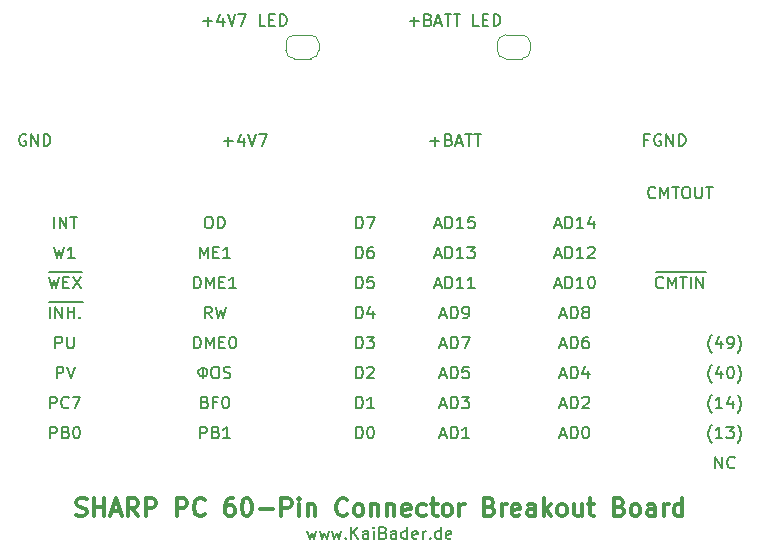
<source format=gto>
G04 This is an RS-274x file exported by *
G04 gerbv version 2.6.1 *
G04 More information is available about gerbv at *
G04 http://gerbv.geda-project.org/ *
G04 --End of header info--*
%MOIN*%
%FSLAX34Y34*%
%IPPOS*%
G04 --Define apertures--*
%ADD10C,0.0059*%
%ADD11C,0.0118*%
%ADD12C,0.0047*%
G04 --Start main section--*
G54D10*
G01X0033591Y-066266D02*
G01X0033666Y-066528D01*
G01X0033666Y-066528D02*
G01X0033741Y-066341D01*
G01X0033741Y-066341D02*
G01X0033816Y-066528D01*
G01X0033816Y-066528D02*
G01X0033891Y-066266D01*
G01X0034003Y-066266D02*
G01X0034078Y-066528D01*
G01X0034078Y-066528D02*
G01X0034153Y-066341D01*
G01X0034153Y-066341D02*
G01X0034228Y-066528D01*
G01X0034228Y-066528D02*
G01X0034303Y-066266D01*
G01X0034416Y-066266D02*
G01X0034491Y-066528D01*
G01X0034491Y-066528D02*
G01X0034566Y-066341D01*
G01X0034566Y-066341D02*
G01X0034641Y-066528D01*
G01X0034641Y-066528D02*
G01X0034716Y-066266D01*
G01X0034866Y-066491D02*
G01X0034885Y-066509D01*
G01X0034885Y-066509D02*
G01X0034866Y-066528D01*
G01X0034866Y-066528D02*
G01X0034847Y-066509D01*
G01X0034847Y-066509D02*
G01X0034866Y-066491D01*
G01X0034866Y-066491D02*
G01X0034866Y-066528D01*
G01X0035053Y-066528D02*
G01X0035053Y-066134D01*
G01X0035278Y-066528D02*
G01X0035109Y-066303D01*
G01X0035278Y-066134D02*
G01X0035053Y-066359D01*
G01X0035616Y-066528D02*
G01X0035616Y-066322D01*
G01X0035616Y-066322D02*
G01X0035597Y-066284D01*
G01X0035597Y-066284D02*
G01X0035559Y-066266D01*
G01X0035559Y-066266D02*
G01X0035484Y-066266D01*
G01X0035484Y-066266D02*
G01X0035447Y-066284D01*
G01X0035616Y-066509D02*
G01X0035578Y-066528D01*
G01X0035578Y-066528D02*
G01X0035484Y-066528D01*
G01X0035484Y-066528D02*
G01X0035447Y-066509D01*
G01X0035447Y-066509D02*
G01X0035428Y-066472D01*
G01X0035428Y-066472D02*
G01X0035428Y-066434D01*
G01X0035428Y-066434D02*
G01X0035447Y-066397D01*
G01X0035447Y-066397D02*
G01X0035484Y-066378D01*
G01X0035484Y-066378D02*
G01X0035578Y-066378D01*
G01X0035578Y-066378D02*
G01X0035616Y-066359D01*
G01X0035803Y-066528D02*
G01X0035803Y-066266D01*
G01X0035803Y-066134D02*
G01X0035784Y-066153D01*
G01X0035784Y-066153D02*
G01X0035803Y-066172D01*
G01X0035803Y-066172D02*
G01X0035822Y-066153D01*
G01X0035822Y-066153D02*
G01X0035803Y-066134D01*
G01X0035803Y-066134D02*
G01X0035803Y-066172D01*
G01X0036122Y-066322D02*
G01X0036178Y-066341D01*
G01X0036178Y-066341D02*
G01X0036197Y-066359D01*
G01X0036197Y-066359D02*
G01X0036216Y-066397D01*
G01X0036216Y-066397D02*
G01X0036216Y-066453D01*
G01X0036216Y-066453D02*
G01X0036197Y-066491D01*
G01X0036197Y-066491D02*
G01X0036178Y-066509D01*
G01X0036178Y-066509D02*
G01X0036141Y-066528D01*
G01X0036141Y-066528D02*
G01X0035991Y-066528D01*
G01X0035991Y-066528D02*
G01X0035991Y-066134D01*
G01X0035991Y-066134D02*
G01X0036122Y-066134D01*
G01X0036122Y-066134D02*
G01X0036159Y-066153D01*
G01X0036159Y-066153D02*
G01X0036178Y-066172D01*
G01X0036178Y-066172D02*
G01X0036197Y-066209D01*
G01X0036197Y-066209D02*
G01X0036197Y-066247D01*
G01X0036197Y-066247D02*
G01X0036178Y-066284D01*
G01X0036178Y-066284D02*
G01X0036159Y-066303D01*
G01X0036159Y-066303D02*
G01X0036122Y-066322D01*
G01X0036122Y-066322D02*
G01X0035991Y-066322D01*
G01X0036553Y-066528D02*
G01X0036553Y-066322D01*
G01X0036553Y-066322D02*
G01X0036534Y-066284D01*
G01X0036534Y-066284D02*
G01X0036497Y-066266D01*
G01X0036497Y-066266D02*
G01X0036422Y-066266D01*
G01X0036422Y-066266D02*
G01X0036384Y-066284D01*
G01X0036553Y-066509D02*
G01X0036516Y-066528D01*
G01X0036516Y-066528D02*
G01X0036422Y-066528D01*
G01X0036422Y-066528D02*
G01X0036384Y-066509D01*
G01X0036384Y-066509D02*
G01X0036366Y-066472D01*
G01X0036366Y-066472D02*
G01X0036366Y-066434D01*
G01X0036366Y-066434D02*
G01X0036384Y-066397D01*
G01X0036384Y-066397D02*
G01X0036422Y-066378D01*
G01X0036422Y-066378D02*
G01X0036516Y-066378D01*
G01X0036516Y-066378D02*
G01X0036553Y-066359D01*
G01X0036909Y-066528D02*
G01X0036909Y-066134D01*
G01X0036909Y-066509D02*
G01X0036872Y-066528D01*
G01X0036872Y-066528D02*
G01X0036797Y-066528D01*
G01X0036797Y-066528D02*
G01X0036759Y-066509D01*
G01X0036759Y-066509D02*
G01X0036741Y-066491D01*
G01X0036741Y-066491D02*
G01X0036722Y-066453D01*
G01X0036722Y-066453D02*
G01X0036722Y-066341D01*
G01X0036722Y-066341D02*
G01X0036741Y-066303D01*
G01X0036741Y-066303D02*
G01X0036759Y-066284D01*
G01X0036759Y-066284D02*
G01X0036797Y-066266D01*
G01X0036797Y-066266D02*
G01X0036872Y-066266D01*
G01X0036872Y-066266D02*
G01X0036909Y-066284D01*
G01X0037247Y-066509D02*
G01X0037209Y-066528D01*
G01X0037209Y-066528D02*
G01X0037134Y-066528D01*
G01X0037134Y-066528D02*
G01X0037097Y-066509D01*
G01X0037097Y-066509D02*
G01X0037078Y-066472D01*
G01X0037078Y-066472D02*
G01X0037078Y-066322D01*
G01X0037078Y-066322D02*
G01X0037097Y-066284D01*
G01X0037097Y-066284D02*
G01X0037134Y-066266D01*
G01X0037134Y-066266D02*
G01X0037209Y-066266D01*
G01X0037209Y-066266D02*
G01X0037247Y-066284D01*
G01X0037247Y-066284D02*
G01X0037265Y-066322D01*
G01X0037265Y-066322D02*
G01X0037265Y-066359D01*
G01X0037265Y-066359D02*
G01X0037078Y-066397D01*
G01X0037434Y-066528D02*
G01X0037434Y-066266D01*
G01X0037434Y-066341D02*
G01X0037453Y-066303D01*
G01X0037453Y-066303D02*
G01X0037472Y-066284D01*
G01X0037472Y-066284D02*
G01X0037509Y-066266D01*
G01X0037509Y-066266D02*
G01X0037547Y-066266D01*
G01X0037678Y-066491D02*
G01X0037697Y-066509D01*
G01X0037697Y-066509D02*
G01X0037678Y-066528D01*
G01X0037678Y-066528D02*
G01X0037659Y-066509D01*
G01X0037659Y-066509D02*
G01X0037678Y-066491D01*
G01X0037678Y-066491D02*
G01X0037678Y-066528D01*
G01X0038034Y-066528D02*
G01X0038034Y-066134D01*
G01X0038034Y-066509D02*
G01X0037997Y-066528D01*
G01X0037997Y-066528D02*
G01X0037922Y-066528D01*
G01X0037922Y-066528D02*
G01X0037884Y-066509D01*
G01X0037884Y-066509D02*
G01X0037865Y-066491D01*
G01X0037865Y-066491D02*
G01X0037847Y-066453D01*
G01X0037847Y-066453D02*
G01X0037847Y-066341D01*
G01X0037847Y-066341D02*
G01X0037865Y-066303D01*
G01X0037865Y-066303D02*
G01X0037884Y-066284D01*
G01X0037884Y-066284D02*
G01X0037922Y-066266D01*
G01X0037922Y-066266D02*
G01X0037997Y-066266D01*
G01X0037997Y-066266D02*
G01X0038034Y-066284D01*
G01X0038372Y-066509D02*
G01X0038334Y-066528D01*
G01X0038334Y-066528D02*
G01X0038259Y-066528D01*
G01X0038259Y-066528D02*
G01X0038222Y-066509D01*
G01X0038222Y-066509D02*
G01X0038203Y-066472D01*
G01X0038203Y-066472D02*
G01X0038203Y-066322D01*
G01X0038203Y-066322D02*
G01X0038222Y-066284D01*
G01X0038222Y-066284D02*
G01X0038259Y-066266D01*
G01X0038259Y-066266D02*
G01X0038334Y-066266D01*
G01X0038334Y-066266D02*
G01X0038372Y-066284D01*
G01X0038372Y-066284D02*
G01X0038390Y-066322D01*
G01X0038390Y-066322D02*
G01X0038390Y-066359D01*
G01X0038390Y-066359D02*
G01X0038203Y-066397D01*
G01X0030122Y-049278D02*
G01X0030422Y-049278D01*
G01X0030272Y-049428D02*
G01X0030272Y-049128D01*
G01X0030778Y-049166D02*
G01X0030778Y-049428D01*
G01X0030684Y-049016D02*
G01X0030591Y-049297D01*
G01X0030591Y-049297D02*
G01X0030834Y-049297D01*
G01X0030928Y-049034D02*
G01X0031059Y-049428D01*
G01X0031059Y-049428D02*
G01X0031191Y-049034D01*
G01X0031284Y-049034D02*
G01X0031547Y-049034D01*
G01X0031547Y-049034D02*
G01X0031378Y-049428D01*
G01X0032184Y-049428D02*
G01X0031997Y-049428D01*
G01X0031997Y-049428D02*
G01X0031997Y-049034D01*
G01X0032316Y-049222D02*
G01X0032447Y-049222D01*
G01X0032503Y-049428D02*
G01X0032316Y-049428D01*
G01X0032316Y-049428D02*
G01X0032316Y-049034D01*
G01X0032316Y-049034D02*
G01X0032503Y-049034D01*
G01X0032672Y-049428D02*
G01X0032672Y-049034D01*
G01X0032672Y-049034D02*
G01X0032765Y-049034D01*
G01X0032765Y-049034D02*
G01X0032822Y-049053D01*
G01X0032822Y-049053D02*
G01X0032859Y-049091D01*
G01X0032859Y-049091D02*
G01X0032878Y-049128D01*
G01X0032878Y-049128D02*
G01X0032897Y-049203D01*
G01X0032897Y-049203D02*
G01X0032897Y-049259D01*
G01X0032897Y-049259D02*
G01X0032878Y-049334D01*
G01X0032878Y-049334D02*
G01X0032859Y-049372D01*
G01X0032859Y-049372D02*
G01X0032822Y-049409D01*
G01X0032822Y-049409D02*
G01X0032765Y-049428D01*
G01X0032765Y-049428D02*
G01X0032672Y-049428D01*
G01X0037000Y-049278D02*
G01X0037300Y-049278D01*
G01X0037150Y-049428D02*
G01X0037150Y-049128D01*
G01X0037619Y-049222D02*
G01X0037675Y-049241D01*
G01X0037675Y-049241D02*
G01X0037694Y-049259D01*
G01X0037694Y-049259D02*
G01X0037713Y-049297D01*
G01X0037713Y-049297D02*
G01X0037713Y-049353D01*
G01X0037713Y-049353D02*
G01X0037694Y-049391D01*
G01X0037694Y-049391D02*
G01X0037675Y-049409D01*
G01X0037675Y-049409D02*
G01X0037638Y-049428D01*
G01X0037638Y-049428D02*
G01X0037488Y-049428D01*
G01X0037488Y-049428D02*
G01X0037488Y-049034D01*
G01X0037488Y-049034D02*
G01X0037619Y-049034D01*
G01X0037619Y-049034D02*
G01X0037656Y-049053D01*
G01X0037656Y-049053D02*
G01X0037675Y-049072D01*
G01X0037675Y-049072D02*
G01X0037694Y-049109D01*
G01X0037694Y-049109D02*
G01X0037694Y-049147D01*
G01X0037694Y-049147D02*
G01X0037675Y-049184D01*
G01X0037675Y-049184D02*
G01X0037656Y-049203D01*
G01X0037656Y-049203D02*
G01X0037619Y-049222D01*
G01X0037619Y-049222D02*
G01X0037488Y-049222D01*
G01X0037863Y-049316D02*
G01X0038050Y-049316D01*
G01X0037825Y-049428D02*
G01X0037956Y-049034D01*
G01X0037956Y-049034D02*
G01X0038088Y-049428D01*
G01X0038163Y-049034D02*
G01X0038388Y-049034D01*
G01X0038275Y-049428D02*
G01X0038275Y-049034D01*
G01X0038463Y-049034D02*
G01X0038687Y-049034D01*
G01X0038575Y-049428D02*
G01X0038575Y-049034D01*
G01X0039306Y-049428D02*
G01X0039119Y-049428D01*
G01X0039119Y-049428D02*
G01X0039119Y-049034D01*
G01X0039437Y-049222D02*
G01X0039569Y-049222D01*
G01X0039625Y-049428D02*
G01X0039437Y-049428D01*
G01X0039437Y-049428D02*
G01X0039437Y-049034D01*
G01X0039437Y-049034D02*
G01X0039625Y-049034D01*
G01X0039794Y-049428D02*
G01X0039794Y-049034D01*
G01X0039794Y-049034D02*
G01X0039887Y-049034D01*
G01X0039887Y-049034D02*
G01X0039944Y-049053D01*
G01X0039944Y-049053D02*
G01X0039981Y-049091D01*
G01X0039981Y-049091D02*
G01X0040000Y-049128D01*
G01X0040000Y-049128D02*
G01X0040019Y-049203D01*
G01X0040019Y-049203D02*
G01X0040019Y-049259D01*
G01X0040019Y-049259D02*
G01X0040000Y-049334D01*
G01X0040000Y-049334D02*
G01X0039981Y-049372D01*
G01X0039981Y-049372D02*
G01X0039944Y-049409D01*
G01X0039944Y-049409D02*
G01X0039887Y-049428D01*
G01X0039887Y-049428D02*
G01X0039794Y-049428D01*
G01X0047191Y-064178D02*
G01X0047191Y-063784D01*
G01X0047191Y-063784D02*
G01X0047416Y-064178D01*
G01X0047416Y-064178D02*
G01X0047416Y-063784D01*
G01X0047828Y-064141D02*
G01X0047809Y-064159D01*
G01X0047809Y-064159D02*
G01X0047753Y-064178D01*
G01X0047753Y-064178D02*
G01X0047716Y-064178D01*
G01X0047716Y-064178D02*
G01X0047659Y-064159D01*
G01X0047659Y-064159D02*
G01X0047622Y-064122D01*
G01X0047622Y-064122D02*
G01X0047603Y-064084D01*
G01X0047603Y-064084D02*
G01X0047584Y-064009D01*
G01X0047584Y-064009D02*
G01X0047584Y-063953D01*
G01X0047584Y-063953D02*
G01X0047603Y-063878D01*
G01X0047603Y-063878D02*
G01X0047622Y-063841D01*
G01X0047622Y-063841D02*
G01X0047659Y-063803D01*
G01X0047659Y-063803D02*
G01X0047716Y-063784D01*
G01X0047716Y-063784D02*
G01X0047753Y-063784D01*
G01X0047753Y-063784D02*
G01X0047809Y-063803D01*
G01X0047809Y-063803D02*
G01X0047828Y-063822D01*
G54D11*
G01X0025890Y-065739D02*
G01X0025975Y-065767D01*
G01X0025975Y-065767D02*
G01X0026115Y-065767D01*
G01X0026115Y-065767D02*
G01X0026172Y-065739D01*
G01X0026172Y-065739D02*
G01X0026200Y-065711D01*
G01X0026200Y-065711D02*
G01X0026228Y-065655D01*
G01X0026228Y-065655D02*
G01X0026228Y-065598D01*
G01X0026228Y-065598D02*
G01X0026200Y-065542D01*
G01X0026200Y-065542D02*
G01X0026172Y-065514D01*
G01X0026172Y-065514D02*
G01X0026115Y-065486D01*
G01X0026115Y-065486D02*
G01X0026003Y-065458D01*
G01X0026003Y-065458D02*
G01X0025947Y-065430D01*
G01X0025947Y-065430D02*
G01X0025918Y-065402D01*
G01X0025918Y-065402D02*
G01X0025890Y-065345D01*
G01X0025890Y-065345D02*
G01X0025890Y-065289D01*
G01X0025890Y-065289D02*
G01X0025918Y-065233D01*
G01X0025918Y-065233D02*
G01X0025947Y-065205D01*
G01X0025947Y-065205D02*
G01X0026003Y-065177D01*
G01X0026003Y-065177D02*
G01X0026143Y-065177D01*
G01X0026143Y-065177D02*
G01X0026228Y-065205D01*
G01X0026481Y-065767D02*
G01X0026481Y-065177D01*
G01X0026481Y-065458D02*
G01X0026818Y-065458D01*
G01X0026818Y-065767D02*
G01X0026818Y-065177D01*
G01X0027071Y-065598D02*
G01X0027353Y-065598D01*
G01X0027015Y-065767D02*
G01X0027212Y-065177D01*
G01X0027212Y-065177D02*
G01X0027409Y-065767D01*
G01X0027943Y-065767D02*
G01X0027746Y-065486D01*
G01X0027606Y-065767D02*
G01X0027606Y-065177D01*
G01X0027606Y-065177D02*
G01X0027831Y-065177D01*
G01X0027831Y-065177D02*
G01X0027887Y-065205D01*
G01X0027887Y-065205D02*
G01X0027915Y-065233D01*
G01X0027915Y-065233D02*
G01X0027943Y-065289D01*
G01X0027943Y-065289D02*
G01X0027943Y-065373D01*
G01X0027943Y-065373D02*
G01X0027915Y-065430D01*
G01X0027915Y-065430D02*
G01X0027887Y-065458D01*
G01X0027887Y-065458D02*
G01X0027831Y-065486D01*
G01X0027831Y-065486D02*
G01X0027606Y-065486D01*
G01X0028196Y-065767D02*
G01X0028196Y-065177D01*
G01X0028196Y-065177D02*
G01X0028421Y-065177D01*
G01X0028421Y-065177D02*
G01X0028478Y-065205D01*
G01X0028478Y-065205D02*
G01X0028506Y-065233D01*
G01X0028506Y-065233D02*
G01X0028534Y-065289D01*
G01X0028534Y-065289D02*
G01X0028534Y-065373D01*
G01X0028534Y-065373D02*
G01X0028506Y-065430D01*
G01X0028506Y-065430D02*
G01X0028478Y-065458D01*
G01X0028478Y-065458D02*
G01X0028421Y-065486D01*
G01X0028421Y-065486D02*
G01X0028196Y-065486D01*
G01X0029237Y-065767D02*
G01X0029237Y-065177D01*
G01X0029237Y-065177D02*
G01X0029462Y-065177D01*
G01X0029462Y-065177D02*
G01X0029518Y-065205D01*
G01X0029518Y-065205D02*
G01X0029546Y-065233D01*
G01X0029546Y-065233D02*
G01X0029574Y-065289D01*
G01X0029574Y-065289D02*
G01X0029574Y-065373D01*
G01X0029574Y-065373D02*
G01X0029546Y-065430D01*
G01X0029546Y-065430D02*
G01X0029518Y-065458D01*
G01X0029518Y-065458D02*
G01X0029462Y-065486D01*
G01X0029462Y-065486D02*
G01X0029237Y-065486D01*
G01X0030165Y-065711D02*
G01X0030137Y-065739D01*
G01X0030137Y-065739D02*
G01X0030052Y-065767D01*
G01X0030052Y-065767D02*
G01X0029996Y-065767D01*
G01X0029996Y-065767D02*
G01X0029912Y-065739D01*
G01X0029912Y-065739D02*
G01X0029855Y-065683D01*
G01X0029855Y-065683D02*
G01X0029827Y-065627D01*
G01X0029827Y-065627D02*
G01X0029799Y-065514D01*
G01X0029799Y-065514D02*
G01X0029799Y-065430D01*
G01X0029799Y-065430D02*
G01X0029827Y-065317D01*
G01X0029827Y-065317D02*
G01X0029855Y-065261D01*
G01X0029855Y-065261D02*
G01X0029912Y-065205D01*
G01X0029912Y-065205D02*
G01X0029996Y-065177D01*
G01X0029996Y-065177D02*
G01X0030052Y-065177D01*
G01X0030052Y-065177D02*
G01X0030137Y-065205D01*
G01X0030137Y-065205D02*
G01X0030165Y-065233D01*
G01X0031121Y-065177D02*
G01X0031008Y-065177D01*
G01X0031008Y-065177D02*
G01X0030952Y-065205D01*
G01X0030952Y-065205D02*
G01X0030924Y-065233D01*
G01X0030924Y-065233D02*
G01X0030868Y-065317D01*
G01X0030868Y-065317D02*
G01X0030840Y-065430D01*
G01X0030840Y-065430D02*
G01X0030840Y-065655D01*
G01X0030840Y-065655D02*
G01X0030868Y-065711D01*
G01X0030868Y-065711D02*
G01X0030896Y-065739D01*
G01X0030896Y-065739D02*
G01X0030952Y-065767D01*
G01X0030952Y-065767D02*
G01X0031065Y-065767D01*
G01X0031065Y-065767D02*
G01X0031121Y-065739D01*
G01X0031121Y-065739D02*
G01X0031149Y-065711D01*
G01X0031149Y-065711D02*
G01X0031177Y-065655D01*
G01X0031177Y-065655D02*
G01X0031177Y-065514D01*
G01X0031177Y-065514D02*
G01X0031149Y-065458D01*
G01X0031149Y-065458D02*
G01X0031121Y-065430D01*
G01X0031121Y-065430D02*
G01X0031065Y-065402D01*
G01X0031065Y-065402D02*
G01X0030952Y-065402D01*
G01X0030952Y-065402D02*
G01X0030896Y-065430D01*
G01X0030896Y-065430D02*
G01X0030868Y-065458D01*
G01X0030868Y-065458D02*
G01X0030840Y-065514D01*
G01X0031543Y-065177D02*
G01X0031599Y-065177D01*
G01X0031599Y-065177D02*
G01X0031655Y-065205D01*
G01X0031655Y-065205D02*
G01X0031683Y-065233D01*
G01X0031683Y-065233D02*
G01X0031711Y-065289D01*
G01X0031711Y-065289D02*
G01X0031740Y-065402D01*
G01X0031740Y-065402D02*
G01X0031740Y-065542D01*
G01X0031740Y-065542D02*
G01X0031711Y-065655D01*
G01X0031711Y-065655D02*
G01X0031683Y-065711D01*
G01X0031683Y-065711D02*
G01X0031655Y-065739D01*
G01X0031655Y-065739D02*
G01X0031599Y-065767D01*
G01X0031599Y-065767D02*
G01X0031543Y-065767D01*
G01X0031543Y-065767D02*
G01X0031487Y-065739D01*
G01X0031487Y-065739D02*
G01X0031458Y-065711D01*
G01X0031458Y-065711D02*
G01X0031430Y-065655D01*
G01X0031430Y-065655D02*
G01X0031402Y-065542D01*
G01X0031402Y-065542D02*
G01X0031402Y-065402D01*
G01X0031402Y-065402D02*
G01X0031430Y-065289D01*
G01X0031430Y-065289D02*
G01X0031458Y-065233D01*
G01X0031458Y-065233D02*
G01X0031487Y-065205D01*
G01X0031487Y-065205D02*
G01X0031543Y-065177D01*
G01X0031993Y-065542D02*
G01X0032443Y-065542D01*
G01X0032724Y-065767D02*
G01X0032724Y-065177D01*
G01X0032724Y-065177D02*
G01X0032949Y-065177D01*
G01X0032949Y-065177D02*
G01X0033005Y-065205D01*
G01X0033005Y-065205D02*
G01X0033033Y-065233D01*
G01X0033033Y-065233D02*
G01X0033061Y-065289D01*
G01X0033061Y-065289D02*
G01X0033061Y-065373D01*
G01X0033061Y-065373D02*
G01X0033033Y-065430D01*
G01X0033033Y-065430D02*
G01X0033005Y-065458D01*
G01X0033005Y-065458D02*
G01X0032949Y-065486D01*
G01X0032949Y-065486D02*
G01X0032724Y-065486D01*
G01X0033314Y-065767D02*
G01X0033314Y-065373D01*
G01X0033314Y-065177D02*
G01X0033286Y-065205D01*
G01X0033286Y-065205D02*
G01X0033314Y-065233D01*
G01X0033314Y-065233D02*
G01X0033343Y-065205D01*
G01X0033343Y-065205D02*
G01X0033314Y-065177D01*
G01X0033314Y-065177D02*
G01X0033314Y-065233D01*
G01X0033596Y-065373D02*
G01X0033596Y-065767D01*
G01X0033596Y-065430D02*
G01X0033624Y-065402D01*
G01X0033624Y-065402D02*
G01X0033680Y-065373D01*
G01X0033680Y-065373D02*
G01X0033764Y-065373D01*
G01X0033764Y-065373D02*
G01X0033821Y-065402D01*
G01X0033821Y-065402D02*
G01X0033849Y-065458D01*
G01X0033849Y-065458D02*
G01X0033849Y-065767D01*
G01X0034917Y-065711D02*
G01X0034889Y-065739D01*
G01X0034889Y-065739D02*
G01X0034805Y-065767D01*
G01X0034805Y-065767D02*
G01X0034749Y-065767D01*
G01X0034749Y-065767D02*
G01X0034664Y-065739D01*
G01X0034664Y-065739D02*
G01X0034608Y-065683D01*
G01X0034608Y-065683D02*
G01X0034580Y-065627D01*
G01X0034580Y-065627D02*
G01X0034552Y-065514D01*
G01X0034552Y-065514D02*
G01X0034552Y-065430D01*
G01X0034552Y-065430D02*
G01X0034580Y-065317D01*
G01X0034580Y-065317D02*
G01X0034608Y-065261D01*
G01X0034608Y-065261D02*
G01X0034664Y-065205D01*
G01X0034664Y-065205D02*
G01X0034749Y-065177D01*
G01X0034749Y-065177D02*
G01X0034805Y-065177D01*
G01X0034805Y-065177D02*
G01X0034889Y-065205D01*
G01X0034889Y-065205D02*
G01X0034917Y-065233D01*
G01X0035255Y-065767D02*
G01X0035199Y-065739D01*
G01X0035199Y-065739D02*
G01X0035170Y-065711D01*
G01X0035170Y-065711D02*
G01X0035142Y-065655D01*
G01X0035142Y-065655D02*
G01X0035142Y-065486D01*
G01X0035142Y-065486D02*
G01X0035170Y-065430D01*
G01X0035170Y-065430D02*
G01X0035199Y-065402D01*
G01X0035199Y-065402D02*
G01X0035255Y-065373D01*
G01X0035255Y-065373D02*
G01X0035339Y-065373D01*
G01X0035339Y-065373D02*
G01X0035395Y-065402D01*
G01X0035395Y-065402D02*
G01X0035424Y-065430D01*
G01X0035424Y-065430D02*
G01X0035452Y-065486D01*
G01X0035452Y-065486D02*
G01X0035452Y-065655D01*
G01X0035452Y-065655D02*
G01X0035424Y-065711D01*
G01X0035424Y-065711D02*
G01X0035395Y-065739D01*
G01X0035395Y-065739D02*
G01X0035339Y-065767D01*
G01X0035339Y-065767D02*
G01X0035255Y-065767D01*
G01X0035705Y-065373D02*
G01X0035705Y-065767D01*
G01X0035705Y-065430D02*
G01X0035733Y-065402D01*
G01X0035733Y-065402D02*
G01X0035789Y-065373D01*
G01X0035789Y-065373D02*
G01X0035873Y-065373D01*
G01X0035873Y-065373D02*
G01X0035930Y-065402D01*
G01X0035930Y-065402D02*
G01X0035958Y-065458D01*
G01X0035958Y-065458D02*
G01X0035958Y-065767D01*
G01X0036239Y-065373D02*
G01X0036239Y-065767D01*
G01X0036239Y-065430D02*
G01X0036267Y-065402D01*
G01X0036267Y-065402D02*
G01X0036323Y-065373D01*
G01X0036323Y-065373D02*
G01X0036408Y-065373D01*
G01X0036408Y-065373D02*
G01X0036464Y-065402D01*
G01X0036464Y-065402D02*
G01X0036492Y-065458D01*
G01X0036492Y-065458D02*
G01X0036492Y-065767D01*
G01X0036998Y-065739D02*
G01X0036942Y-065767D01*
G01X0036942Y-065767D02*
G01X0036830Y-065767D01*
G01X0036830Y-065767D02*
G01X0036773Y-065739D01*
G01X0036773Y-065739D02*
G01X0036745Y-065683D01*
G01X0036745Y-065683D02*
G01X0036745Y-065458D01*
G01X0036745Y-065458D02*
G01X0036773Y-065402D01*
G01X0036773Y-065402D02*
G01X0036830Y-065373D01*
G01X0036830Y-065373D02*
G01X0036942Y-065373D01*
G01X0036942Y-065373D02*
G01X0036998Y-065402D01*
G01X0036998Y-065402D02*
G01X0037026Y-065458D01*
G01X0037026Y-065458D02*
G01X0037026Y-065514D01*
G01X0037026Y-065514D02*
G01X0036745Y-065570D01*
G01X0037533Y-065739D02*
G01X0037476Y-065767D01*
G01X0037476Y-065767D02*
G01X0037364Y-065767D01*
G01X0037364Y-065767D02*
G01X0037308Y-065739D01*
G01X0037308Y-065739D02*
G01X0037280Y-065711D01*
G01X0037280Y-065711D02*
G01X0037251Y-065655D01*
G01X0037251Y-065655D02*
G01X0037251Y-065486D01*
G01X0037251Y-065486D02*
G01X0037280Y-065430D01*
G01X0037280Y-065430D02*
G01X0037308Y-065402D01*
G01X0037308Y-065402D02*
G01X0037364Y-065373D01*
G01X0037364Y-065373D02*
G01X0037476Y-065373D01*
G01X0037476Y-065373D02*
G01X0037533Y-065402D01*
G01X0037701Y-065373D02*
G01X0037926Y-065373D01*
G01X0037786Y-065177D02*
G01X0037786Y-065683D01*
G01X0037786Y-065683D02*
G01X0037814Y-065739D01*
G01X0037814Y-065739D02*
G01X0037870Y-065767D01*
G01X0037870Y-065767D02*
G01X0037926Y-065767D01*
G01X0038208Y-065767D02*
G01X0038151Y-065739D01*
G01X0038151Y-065739D02*
G01X0038123Y-065711D01*
G01X0038123Y-065711D02*
G01X0038095Y-065655D01*
G01X0038095Y-065655D02*
G01X0038095Y-065486D01*
G01X0038095Y-065486D02*
G01X0038123Y-065430D01*
G01X0038123Y-065430D02*
G01X0038151Y-065402D01*
G01X0038151Y-065402D02*
G01X0038208Y-065373D01*
G01X0038208Y-065373D02*
G01X0038292Y-065373D01*
G01X0038292Y-065373D02*
G01X0038348Y-065402D01*
G01X0038348Y-065402D02*
G01X0038376Y-065430D01*
G01X0038376Y-065430D02*
G01X0038404Y-065486D01*
G01X0038404Y-065486D02*
G01X0038404Y-065655D01*
G01X0038404Y-065655D02*
G01X0038376Y-065711D01*
G01X0038376Y-065711D02*
G01X0038348Y-065739D01*
G01X0038348Y-065739D02*
G01X0038292Y-065767D01*
G01X0038292Y-065767D02*
G01X0038208Y-065767D01*
G01X0038657Y-065767D02*
G01X0038657Y-065373D01*
G01X0038657Y-065486D02*
G01X0038686Y-065430D01*
G01X0038686Y-065430D02*
G01X0038714Y-065402D01*
G01X0038714Y-065402D02*
G01X0038770Y-065373D01*
G01X0038770Y-065373D02*
G01X0038826Y-065373D01*
G01X0039670Y-065458D02*
G01X0039754Y-065486D01*
G01X0039754Y-065486D02*
G01X0039782Y-065514D01*
G01X0039782Y-065514D02*
G01X0039810Y-065570D01*
G01X0039810Y-065570D02*
G01X0039810Y-065655D01*
G01X0039810Y-065655D02*
G01X0039782Y-065711D01*
G01X0039782Y-065711D02*
G01X0039754Y-065739D01*
G01X0039754Y-065739D02*
G01X0039698Y-065767D01*
G01X0039698Y-065767D02*
G01X0039473Y-065767D01*
G01X0039473Y-065767D02*
G01X0039473Y-065177D01*
G01X0039473Y-065177D02*
G01X0039670Y-065177D01*
G01X0039670Y-065177D02*
G01X0039726Y-065205D01*
G01X0039726Y-065205D02*
G01X0039754Y-065233D01*
G01X0039754Y-065233D02*
G01X0039782Y-065289D01*
G01X0039782Y-065289D02*
G01X0039782Y-065345D01*
G01X0039782Y-065345D02*
G01X0039754Y-065402D01*
G01X0039754Y-065402D02*
G01X0039726Y-065430D01*
G01X0039726Y-065430D02*
G01X0039670Y-065458D01*
G01X0039670Y-065458D02*
G01X0039473Y-065458D01*
G01X0040064Y-065767D02*
G01X0040064Y-065373D01*
G01X0040064Y-065486D02*
G01X0040092Y-065430D01*
G01X0040092Y-065430D02*
G01X0040120Y-065402D01*
G01X0040120Y-065402D02*
G01X0040176Y-065373D01*
G01X0040176Y-065373D02*
G01X0040232Y-065373D01*
G01X0040654Y-065739D02*
G01X0040598Y-065767D01*
G01X0040598Y-065767D02*
G01X0040485Y-065767D01*
G01X0040485Y-065767D02*
G01X0040429Y-065739D01*
G01X0040429Y-065739D02*
G01X0040401Y-065683D01*
G01X0040401Y-065683D02*
G01X0040401Y-065458D01*
G01X0040401Y-065458D02*
G01X0040429Y-065402D01*
G01X0040429Y-065402D02*
G01X0040485Y-065373D01*
G01X0040485Y-065373D02*
G01X0040598Y-065373D01*
G01X0040598Y-065373D02*
G01X0040654Y-065402D01*
G01X0040654Y-065402D02*
G01X0040682Y-065458D01*
G01X0040682Y-065458D02*
G01X0040682Y-065514D01*
G01X0040682Y-065514D02*
G01X0040401Y-065570D01*
G01X0041188Y-065767D02*
G01X0041188Y-065458D01*
G01X0041188Y-065458D02*
G01X0041160Y-065402D01*
G01X0041160Y-065402D02*
G01X0041104Y-065373D01*
G01X0041104Y-065373D02*
G01X0040992Y-065373D01*
G01X0040992Y-065373D02*
G01X0040935Y-065402D01*
G01X0041188Y-065739D02*
G01X0041132Y-065767D01*
G01X0041132Y-065767D02*
G01X0040992Y-065767D01*
G01X0040992Y-065767D02*
G01X0040935Y-065739D01*
G01X0040935Y-065739D02*
G01X0040907Y-065683D01*
G01X0040907Y-065683D02*
G01X0040907Y-065627D01*
G01X0040907Y-065627D02*
G01X0040935Y-065570D01*
G01X0040935Y-065570D02*
G01X0040992Y-065542D01*
G01X0040992Y-065542D02*
G01X0041132Y-065542D01*
G01X0041132Y-065542D02*
G01X0041188Y-065514D01*
G01X0041470Y-065767D02*
G01X0041470Y-065177D01*
G01X0041526Y-065542D02*
G01X0041695Y-065767D01*
G01X0041695Y-065373D02*
G01X0041470Y-065598D01*
G01X0042032Y-065767D02*
G01X0041976Y-065739D01*
G01X0041976Y-065739D02*
G01X0041948Y-065711D01*
G01X0041948Y-065711D02*
G01X0041920Y-065655D01*
G01X0041920Y-065655D02*
G01X0041920Y-065486D01*
G01X0041920Y-065486D02*
G01X0041948Y-065430D01*
G01X0041948Y-065430D02*
G01X0041976Y-065402D01*
G01X0041976Y-065402D02*
G01X0042032Y-065373D01*
G01X0042032Y-065373D02*
G01X0042116Y-065373D01*
G01X0042116Y-065373D02*
G01X0042173Y-065402D01*
G01X0042173Y-065402D02*
G01X0042201Y-065430D01*
G01X0042201Y-065430D02*
G01X0042229Y-065486D01*
G01X0042229Y-065486D02*
G01X0042229Y-065655D01*
G01X0042229Y-065655D02*
G01X0042201Y-065711D01*
G01X0042201Y-065711D02*
G01X0042173Y-065739D01*
G01X0042173Y-065739D02*
G01X0042116Y-065767D01*
G01X0042116Y-065767D02*
G01X0042032Y-065767D01*
G01X0042735Y-065373D02*
G01X0042735Y-065767D01*
G01X0042482Y-065373D02*
G01X0042482Y-065683D01*
G01X0042482Y-065683D02*
G01X0042510Y-065739D01*
G01X0042510Y-065739D02*
G01X0042566Y-065767D01*
G01X0042566Y-065767D02*
G01X0042651Y-065767D01*
G01X0042651Y-065767D02*
G01X0042707Y-065739D01*
G01X0042707Y-065739D02*
G01X0042735Y-065711D01*
G01X0042932Y-065373D02*
G01X0043157Y-065373D01*
G01X0043016Y-065177D02*
G01X0043016Y-065683D01*
G01X0043016Y-065683D02*
G01X0043044Y-065739D01*
G01X0043044Y-065739D02*
G01X0043101Y-065767D01*
G01X0043101Y-065767D02*
G01X0043157Y-065767D01*
G01X0044001Y-065458D02*
G01X0044085Y-065486D01*
G01X0044085Y-065486D02*
G01X0044113Y-065514D01*
G01X0044113Y-065514D02*
G01X0044141Y-065570D01*
G01X0044141Y-065570D02*
G01X0044141Y-065655D01*
G01X0044141Y-065655D02*
G01X0044113Y-065711D01*
G01X0044113Y-065711D02*
G01X0044085Y-065739D01*
G01X0044085Y-065739D02*
G01X0044029Y-065767D01*
G01X0044029Y-065767D02*
G01X0043804Y-065767D01*
G01X0043804Y-065767D02*
G01X0043804Y-065177D01*
G01X0043804Y-065177D02*
G01X0044001Y-065177D01*
G01X0044001Y-065177D02*
G01X0044057Y-065205D01*
G01X0044057Y-065205D02*
G01X0044085Y-065233D01*
G01X0044085Y-065233D02*
G01X0044113Y-065289D01*
G01X0044113Y-065289D02*
G01X0044113Y-065345D01*
G01X0044113Y-065345D02*
G01X0044085Y-065402D01*
G01X0044085Y-065402D02*
G01X0044057Y-065430D01*
G01X0044057Y-065430D02*
G01X0044001Y-065458D01*
G01X0044001Y-065458D02*
G01X0043804Y-065458D01*
G01X0044479Y-065767D02*
G01X0044422Y-065739D01*
G01X0044422Y-065739D02*
G01X0044394Y-065711D01*
G01X0044394Y-065711D02*
G01X0044366Y-065655D01*
G01X0044366Y-065655D02*
G01X0044366Y-065486D01*
G01X0044366Y-065486D02*
G01X0044394Y-065430D01*
G01X0044394Y-065430D02*
G01X0044422Y-065402D01*
G01X0044422Y-065402D02*
G01X0044479Y-065373D01*
G01X0044479Y-065373D02*
G01X0044563Y-065373D01*
G01X0044563Y-065373D02*
G01X0044619Y-065402D01*
G01X0044619Y-065402D02*
G01X0044647Y-065430D01*
G01X0044647Y-065430D02*
G01X0044675Y-065486D01*
G01X0044675Y-065486D02*
G01X0044675Y-065655D01*
G01X0044675Y-065655D02*
G01X0044647Y-065711D01*
G01X0044647Y-065711D02*
G01X0044619Y-065739D01*
G01X0044619Y-065739D02*
G01X0044563Y-065767D01*
G01X0044563Y-065767D02*
G01X0044479Y-065767D01*
G01X0045182Y-065767D02*
G01X0045182Y-065458D01*
G01X0045182Y-065458D02*
G01X0045154Y-065402D01*
G01X0045154Y-065402D02*
G01X0045097Y-065373D01*
G01X0045097Y-065373D02*
G01X0044985Y-065373D01*
G01X0044985Y-065373D02*
G01X0044929Y-065402D01*
G01X0045182Y-065739D02*
G01X0045125Y-065767D01*
G01X0045125Y-065767D02*
G01X0044985Y-065767D01*
G01X0044985Y-065767D02*
G01X0044929Y-065739D01*
G01X0044929Y-065739D02*
G01X0044900Y-065683D01*
G01X0044900Y-065683D02*
G01X0044900Y-065627D01*
G01X0044900Y-065627D02*
G01X0044929Y-065570D01*
G01X0044929Y-065570D02*
G01X0044985Y-065542D01*
G01X0044985Y-065542D02*
G01X0045125Y-065542D01*
G01X0045125Y-065542D02*
G01X0045182Y-065514D01*
G01X0045463Y-065767D02*
G01X0045463Y-065373D01*
G01X0045463Y-065486D02*
G01X0045491Y-065430D01*
G01X0045491Y-065430D02*
G01X0045519Y-065402D01*
G01X0045519Y-065402D02*
G01X0045575Y-065373D01*
G01X0045575Y-065373D02*
G01X0045632Y-065373D01*
G01X0046082Y-065767D02*
G01X0046082Y-065177D01*
G01X0046082Y-065739D02*
G01X0046025Y-065767D01*
G01X0046025Y-065767D02*
G01X0045913Y-065767D01*
G01X0045913Y-065767D02*
G01X0045857Y-065739D01*
G01X0045857Y-065739D02*
G01X0045828Y-065711D01*
G01X0045828Y-065711D02*
G01X0045800Y-065655D01*
G01X0045800Y-065655D02*
G01X0045800Y-065486D01*
G01X0045800Y-065486D02*
G01X0045828Y-065430D01*
G01X0045828Y-065430D02*
G01X0045857Y-065402D01*
G01X0045857Y-065402D02*
G01X0045913Y-065373D01*
G01X0045913Y-065373D02*
G01X0046025Y-065373D01*
G01X0046025Y-065373D02*
G01X0046082Y-065402D01*
G54D10*
G01X0047069Y-063328D02*
G01X0047050Y-063309D01*
G01X0047050Y-063309D02*
G01X0047013Y-063253D01*
G01X0047013Y-063253D02*
G01X0046994Y-063216D01*
G01X0046994Y-063216D02*
G01X0046975Y-063159D01*
G01X0046975Y-063159D02*
G01X0046956Y-063066D01*
G01X0046956Y-063066D02*
G01X0046956Y-062991D01*
G01X0046956Y-062991D02*
G01X0046975Y-062897D01*
G01X0046975Y-062897D02*
G01X0046994Y-062841D01*
G01X0046994Y-062841D02*
G01X0047013Y-062803D01*
G01X0047013Y-062803D02*
G01X0047050Y-062747D01*
G01X0047050Y-062747D02*
G01X0047069Y-062728D01*
G01X0047425Y-063178D02*
G01X0047200Y-063178D01*
G01X0047313Y-063178D02*
G01X0047313Y-062784D01*
G01X0047313Y-062784D02*
G01X0047275Y-062841D01*
G01X0047275Y-062841D02*
G01X0047238Y-062878D01*
G01X0047238Y-062878D02*
G01X0047200Y-062897D01*
G01X0047556Y-062784D02*
G01X0047800Y-062784D01*
G01X0047800Y-062784D02*
G01X0047669Y-062934D01*
G01X0047669Y-062934D02*
G01X0047725Y-062934D01*
G01X0047725Y-062934D02*
G01X0047762Y-062953D01*
G01X0047762Y-062953D02*
G01X0047781Y-062972D01*
G01X0047781Y-062972D02*
G01X0047800Y-063009D01*
G01X0047800Y-063009D02*
G01X0047800Y-063103D01*
G01X0047800Y-063103D02*
G01X0047781Y-063141D01*
G01X0047781Y-063141D02*
G01X0047762Y-063159D01*
G01X0047762Y-063159D02*
G01X0047725Y-063178D01*
G01X0047725Y-063178D02*
G01X0047612Y-063178D01*
G01X0047612Y-063178D02*
G01X0047575Y-063159D01*
G01X0047575Y-063159D02*
G01X0047556Y-063141D01*
G01X0047931Y-063328D02*
G01X0047950Y-063309D01*
G01X0047950Y-063309D02*
G01X0047987Y-063253D01*
G01X0047987Y-063253D02*
G01X0048006Y-063216D01*
G01X0048006Y-063216D02*
G01X0048025Y-063159D01*
G01X0048025Y-063159D02*
G01X0048044Y-063066D01*
G01X0048044Y-063066D02*
G01X0048044Y-062991D01*
G01X0048044Y-062991D02*
G01X0048025Y-062897D01*
G01X0048025Y-062897D02*
G01X0048006Y-062841D01*
G01X0048006Y-062841D02*
G01X0047987Y-062803D01*
G01X0047987Y-062803D02*
G01X0047950Y-062747D01*
G01X0047950Y-062747D02*
G01X0047931Y-062728D01*
G01X0047069Y-062328D02*
G01X0047050Y-062309D01*
G01X0047050Y-062309D02*
G01X0047013Y-062253D01*
G01X0047013Y-062253D02*
G01X0046994Y-062216D01*
G01X0046994Y-062216D02*
G01X0046975Y-062159D01*
G01X0046975Y-062159D02*
G01X0046956Y-062066D01*
G01X0046956Y-062066D02*
G01X0046956Y-061991D01*
G01X0046956Y-061991D02*
G01X0046975Y-061897D01*
G01X0046975Y-061897D02*
G01X0046994Y-061841D01*
G01X0046994Y-061841D02*
G01X0047013Y-061803D01*
G01X0047013Y-061803D02*
G01X0047050Y-061747D01*
G01X0047050Y-061747D02*
G01X0047069Y-061728D01*
G01X0047425Y-062178D02*
G01X0047200Y-062178D01*
G01X0047313Y-062178D02*
G01X0047313Y-061784D01*
G01X0047313Y-061784D02*
G01X0047275Y-061841D01*
G01X0047275Y-061841D02*
G01X0047238Y-061878D01*
G01X0047238Y-061878D02*
G01X0047200Y-061897D01*
G01X0047762Y-061916D02*
G01X0047762Y-062178D01*
G01X0047669Y-061766D02*
G01X0047575Y-062047D01*
G01X0047575Y-062047D02*
G01X0047819Y-062047D01*
G01X0047931Y-062328D02*
G01X0047950Y-062309D01*
G01X0047950Y-062309D02*
G01X0047987Y-062253D01*
G01X0047987Y-062253D02*
G01X0048006Y-062216D01*
G01X0048006Y-062216D02*
G01X0048025Y-062159D01*
G01X0048025Y-062159D02*
G01X0048044Y-062066D01*
G01X0048044Y-062066D02*
G01X0048044Y-061991D01*
G01X0048044Y-061991D02*
G01X0048025Y-061897D01*
G01X0048025Y-061897D02*
G01X0048006Y-061841D01*
G01X0048006Y-061841D02*
G01X0047987Y-061803D01*
G01X0047987Y-061803D02*
G01X0047950Y-061747D01*
G01X0047950Y-061747D02*
G01X0047931Y-061728D01*
G01X0047069Y-061328D02*
G01X0047050Y-061309D01*
G01X0047050Y-061309D02*
G01X0047013Y-061253D01*
G01X0047013Y-061253D02*
G01X0046994Y-061216D01*
G01X0046994Y-061216D02*
G01X0046975Y-061159D01*
G01X0046975Y-061159D02*
G01X0046956Y-061066D01*
G01X0046956Y-061066D02*
G01X0046956Y-060991D01*
G01X0046956Y-060991D02*
G01X0046975Y-060897D01*
G01X0046975Y-060897D02*
G01X0046994Y-060841D01*
G01X0046994Y-060841D02*
G01X0047013Y-060803D01*
G01X0047013Y-060803D02*
G01X0047050Y-060747D01*
G01X0047050Y-060747D02*
G01X0047069Y-060728D01*
G01X0047388Y-060916D02*
G01X0047388Y-061178D01*
G01X0047294Y-060766D02*
G01X0047200Y-061047D01*
G01X0047200Y-061047D02*
G01X0047444Y-061047D01*
G01X0047669Y-060784D02*
G01X0047706Y-060784D01*
G01X0047706Y-060784D02*
G01X0047744Y-060803D01*
G01X0047744Y-060803D02*
G01X0047762Y-060822D01*
G01X0047762Y-060822D02*
G01X0047781Y-060859D01*
G01X0047781Y-060859D02*
G01X0047800Y-060934D01*
G01X0047800Y-060934D02*
G01X0047800Y-061028D01*
G01X0047800Y-061028D02*
G01X0047781Y-061103D01*
G01X0047781Y-061103D02*
G01X0047762Y-061141D01*
G01X0047762Y-061141D02*
G01X0047744Y-061159D01*
G01X0047744Y-061159D02*
G01X0047706Y-061178D01*
G01X0047706Y-061178D02*
G01X0047669Y-061178D01*
G01X0047669Y-061178D02*
G01X0047631Y-061159D01*
G01X0047631Y-061159D02*
G01X0047612Y-061141D01*
G01X0047612Y-061141D02*
G01X0047594Y-061103D01*
G01X0047594Y-061103D02*
G01X0047575Y-061028D01*
G01X0047575Y-061028D02*
G01X0047575Y-060934D01*
G01X0047575Y-060934D02*
G01X0047594Y-060859D01*
G01X0047594Y-060859D02*
G01X0047612Y-060822D01*
G01X0047612Y-060822D02*
G01X0047631Y-060803D01*
G01X0047631Y-060803D02*
G01X0047669Y-060784D01*
G01X0047931Y-061328D02*
G01X0047950Y-061309D01*
G01X0047950Y-061309D02*
G01X0047987Y-061253D01*
G01X0047987Y-061253D02*
G01X0048006Y-061216D01*
G01X0048006Y-061216D02*
G01X0048025Y-061159D01*
G01X0048025Y-061159D02*
G01X0048044Y-061066D01*
G01X0048044Y-061066D02*
G01X0048044Y-060991D01*
G01X0048044Y-060991D02*
G01X0048025Y-060897D01*
G01X0048025Y-060897D02*
G01X0048006Y-060841D01*
G01X0048006Y-060841D02*
G01X0047987Y-060803D01*
G01X0047987Y-060803D02*
G01X0047950Y-060747D01*
G01X0047950Y-060747D02*
G01X0047931Y-060728D01*
G01X0045198Y-057640D02*
G01X0045522Y-057640D01*
G01X0045447Y-058141D02*
G01X0045428Y-058159D01*
G01X0045428Y-058159D02*
G01X0045372Y-058178D01*
G01X0045372Y-058178D02*
G01X0045334Y-058178D01*
G01X0045334Y-058178D02*
G01X0045278Y-058159D01*
G01X0045278Y-058159D02*
G01X0045241Y-058122D01*
G01X0045241Y-058122D02*
G01X0045222Y-058084D01*
G01X0045222Y-058084D02*
G01X0045203Y-058009D01*
G01X0045203Y-058009D02*
G01X0045203Y-057953D01*
G01X0045203Y-057953D02*
G01X0045222Y-057878D01*
G01X0045222Y-057878D02*
G01X0045241Y-057841D01*
G01X0045241Y-057841D02*
G01X0045278Y-057803D01*
G01X0045278Y-057803D02*
G01X0045334Y-057784D01*
G01X0045334Y-057784D02*
G01X0045372Y-057784D01*
G01X0045372Y-057784D02*
G01X0045428Y-057803D01*
G01X0045428Y-057803D02*
G01X0045447Y-057822D01*
G01X0045522Y-057640D02*
G01X0045972Y-057640D01*
G01X0045616Y-058178D02*
G01X0045616Y-057784D01*
G01X0045616Y-057784D02*
G01X0045747Y-058066D01*
G01X0045747Y-058066D02*
G01X0045878Y-057784D01*
G01X0045878Y-057784D02*
G01X0045878Y-058178D01*
G01X0045972Y-057640D02*
G01X0046272Y-057640D01*
G01X0046009Y-057784D02*
G01X0046234Y-057784D01*
G01X0046122Y-058178D02*
G01X0046122Y-057784D01*
G01X0046272Y-057640D02*
G01X0046459Y-057640D01*
G01X0046366Y-058178D02*
G01X0046366Y-057784D01*
G01X0046459Y-057640D02*
G01X0046872Y-057640D01*
G01X0046553Y-058178D02*
G01X0046553Y-057784D01*
G01X0046553Y-057784D02*
G01X0046778Y-058178D01*
G01X0046778Y-058178D02*
G01X0046778Y-057784D01*
G01X0045184Y-055141D02*
G01X0045166Y-055159D01*
G01X0045166Y-055159D02*
G01X0045109Y-055178D01*
G01X0045109Y-055178D02*
G01X0045072Y-055178D01*
G01X0045072Y-055178D02*
G01X0045016Y-055159D01*
G01X0045016Y-055159D02*
G01X0044978Y-055122D01*
G01X0044978Y-055122D02*
G01X0044960Y-055084D01*
G01X0044960Y-055084D02*
G01X0044941Y-055009D01*
G01X0044941Y-055009D02*
G01X0044941Y-054953D01*
G01X0044941Y-054953D02*
G01X0044960Y-054878D01*
G01X0044960Y-054878D02*
G01X0044978Y-054841D01*
G01X0044978Y-054841D02*
G01X0045016Y-054803D01*
G01X0045016Y-054803D02*
G01X0045072Y-054784D01*
G01X0045072Y-054784D02*
G01X0045109Y-054784D01*
G01X0045109Y-054784D02*
G01X0045166Y-054803D01*
G01X0045166Y-054803D02*
G01X0045184Y-054822D01*
G01X0045353Y-055178D02*
G01X0045353Y-054784D01*
G01X0045353Y-054784D02*
G01X0045484Y-055066D01*
G01X0045484Y-055066D02*
G01X0045616Y-054784D01*
G01X0045616Y-054784D02*
G01X0045616Y-055178D01*
G01X0045747Y-054784D02*
G01X0045972Y-054784D01*
G01X0045859Y-055178D02*
G01X0045859Y-054784D01*
G01X0046178Y-054784D02*
G01X0046253Y-054784D01*
G01X0046253Y-054784D02*
G01X0046291Y-054803D01*
G01X0046291Y-054803D02*
G01X0046328Y-054841D01*
G01X0046328Y-054841D02*
G01X0046347Y-054916D01*
G01X0046347Y-054916D02*
G01X0046347Y-055047D01*
G01X0046347Y-055047D02*
G01X0046328Y-055122D01*
G01X0046328Y-055122D02*
G01X0046291Y-055159D01*
G01X0046291Y-055159D02*
G01X0046253Y-055178D01*
G01X0046253Y-055178D02*
G01X0046178Y-055178D01*
G01X0046178Y-055178D02*
G01X0046141Y-055159D01*
G01X0046141Y-055159D02*
G01X0046103Y-055122D01*
G01X0046103Y-055122D02*
G01X0046084Y-055047D01*
G01X0046084Y-055047D02*
G01X0046084Y-054916D01*
G01X0046084Y-054916D02*
G01X0046103Y-054841D01*
G01X0046103Y-054841D02*
G01X0046141Y-054803D01*
G01X0046141Y-054803D02*
G01X0046178Y-054784D01*
G01X0046516Y-054784D02*
G01X0046516Y-055103D01*
G01X0046516Y-055103D02*
G01X0046534Y-055141D01*
G01X0046534Y-055141D02*
G01X0046553Y-055159D01*
G01X0046553Y-055159D02*
G01X0046591Y-055178D01*
G01X0046591Y-055178D02*
G01X0046666Y-055178D01*
G01X0046666Y-055178D02*
G01X0046703Y-055159D01*
G01X0046703Y-055159D02*
G01X0046722Y-055141D01*
G01X0046722Y-055141D02*
G01X0046741Y-055103D01*
G01X0046741Y-055103D02*
G01X0046741Y-054784D01*
G01X0046872Y-054784D02*
G01X0047097Y-054784D01*
G01X0046984Y-055178D02*
G01X0046984Y-054784D01*
G01X0047069Y-060328D02*
G01X0047050Y-060309D01*
G01X0047050Y-060309D02*
G01X0047013Y-060253D01*
G01X0047013Y-060253D02*
G01X0046994Y-060216D01*
G01X0046994Y-060216D02*
G01X0046975Y-060159D01*
G01X0046975Y-060159D02*
G01X0046956Y-060066D01*
G01X0046956Y-060066D02*
G01X0046956Y-059991D01*
G01X0046956Y-059991D02*
G01X0046975Y-059897D01*
G01X0046975Y-059897D02*
G01X0046994Y-059841D01*
G01X0046994Y-059841D02*
G01X0047013Y-059803D01*
G01X0047013Y-059803D02*
G01X0047050Y-059747D01*
G01X0047050Y-059747D02*
G01X0047069Y-059728D01*
G01X0047388Y-059916D02*
G01X0047388Y-060178D01*
G01X0047294Y-059766D02*
G01X0047200Y-060047D01*
G01X0047200Y-060047D02*
G01X0047444Y-060047D01*
G01X0047612Y-060178D02*
G01X0047687Y-060178D01*
G01X0047687Y-060178D02*
G01X0047725Y-060159D01*
G01X0047725Y-060159D02*
G01X0047744Y-060141D01*
G01X0047744Y-060141D02*
G01X0047781Y-060084D01*
G01X0047781Y-060084D02*
G01X0047800Y-060009D01*
G01X0047800Y-060009D02*
G01X0047800Y-059859D01*
G01X0047800Y-059859D02*
G01X0047781Y-059822D01*
G01X0047781Y-059822D02*
G01X0047762Y-059803D01*
G01X0047762Y-059803D02*
G01X0047725Y-059784D01*
G01X0047725Y-059784D02*
G01X0047650Y-059784D01*
G01X0047650Y-059784D02*
G01X0047612Y-059803D01*
G01X0047612Y-059803D02*
G01X0047594Y-059822D01*
G01X0047594Y-059822D02*
G01X0047575Y-059859D01*
G01X0047575Y-059859D02*
G01X0047575Y-059953D01*
G01X0047575Y-059953D02*
G01X0047594Y-059991D01*
G01X0047594Y-059991D02*
G01X0047612Y-060009D01*
G01X0047612Y-060009D02*
G01X0047650Y-060028D01*
G01X0047650Y-060028D02*
G01X0047725Y-060028D01*
G01X0047725Y-060028D02*
G01X0047762Y-060009D01*
G01X0047762Y-060009D02*
G01X0047781Y-059991D01*
G01X0047781Y-059991D02*
G01X0047800Y-059953D01*
G01X0047931Y-060328D02*
G01X0047950Y-060309D01*
G01X0047950Y-060309D02*
G01X0047987Y-060253D01*
G01X0047987Y-060253D02*
G01X0048006Y-060216D01*
G01X0048006Y-060216D02*
G01X0048025Y-060159D01*
G01X0048025Y-060159D02*
G01X0048044Y-060066D01*
G01X0048044Y-060066D02*
G01X0048044Y-059991D01*
G01X0048044Y-059991D02*
G01X0048025Y-059897D01*
G01X0048025Y-059897D02*
G01X0048006Y-059841D01*
G01X0048006Y-059841D02*
G01X0047987Y-059803D01*
G01X0047987Y-059803D02*
G01X0047950Y-059747D01*
G01X0047950Y-059747D02*
G01X0047931Y-059728D01*
G01X0042022Y-063066D02*
G01X0042209Y-063066D01*
G01X0041984Y-063178D02*
G01X0042116Y-062784D01*
G01X0042116Y-062784D02*
G01X0042247Y-063178D01*
G01X0042378Y-063178D02*
G01X0042378Y-062784D01*
G01X0042378Y-062784D02*
G01X0042472Y-062784D01*
G01X0042472Y-062784D02*
G01X0042528Y-062803D01*
G01X0042528Y-062803D02*
G01X0042566Y-062841D01*
G01X0042566Y-062841D02*
G01X0042584Y-062878D01*
G01X0042584Y-062878D02*
G01X0042603Y-062953D01*
G01X0042603Y-062953D02*
G01X0042603Y-063009D01*
G01X0042603Y-063009D02*
G01X0042584Y-063084D01*
G01X0042584Y-063084D02*
G01X0042566Y-063122D01*
G01X0042566Y-063122D02*
G01X0042528Y-063159D01*
G01X0042528Y-063159D02*
G01X0042472Y-063178D01*
G01X0042472Y-063178D02*
G01X0042378Y-063178D01*
G01X0042847Y-062784D02*
G01X0042884Y-062784D01*
G01X0042884Y-062784D02*
G01X0042922Y-062803D01*
G01X0042922Y-062803D02*
G01X0042941Y-062822D01*
G01X0042941Y-062822D02*
G01X0042959Y-062859D01*
G01X0042959Y-062859D02*
G01X0042978Y-062934D01*
G01X0042978Y-062934D02*
G01X0042978Y-063028D01*
G01X0042978Y-063028D02*
G01X0042959Y-063103D01*
G01X0042959Y-063103D02*
G01X0042941Y-063141D01*
G01X0042941Y-063141D02*
G01X0042922Y-063159D01*
G01X0042922Y-063159D02*
G01X0042884Y-063178D01*
G01X0042884Y-063178D02*
G01X0042847Y-063178D01*
G01X0042847Y-063178D02*
G01X0042809Y-063159D01*
G01X0042809Y-063159D02*
G01X0042791Y-063141D01*
G01X0042791Y-063141D02*
G01X0042772Y-063103D01*
G01X0042772Y-063103D02*
G01X0042753Y-063028D01*
G01X0042753Y-063028D02*
G01X0042753Y-062934D01*
G01X0042753Y-062934D02*
G01X0042772Y-062859D01*
G01X0042772Y-062859D02*
G01X0042791Y-062822D01*
G01X0042791Y-062822D02*
G01X0042809Y-062803D01*
G01X0042809Y-062803D02*
G01X0042847Y-062784D01*
G01X0042022Y-062066D02*
G01X0042209Y-062066D01*
G01X0041984Y-062178D02*
G01X0042116Y-061784D01*
G01X0042116Y-061784D02*
G01X0042247Y-062178D01*
G01X0042378Y-062178D02*
G01X0042378Y-061784D01*
G01X0042378Y-061784D02*
G01X0042472Y-061784D01*
G01X0042472Y-061784D02*
G01X0042528Y-061803D01*
G01X0042528Y-061803D02*
G01X0042566Y-061841D01*
G01X0042566Y-061841D02*
G01X0042584Y-061878D01*
G01X0042584Y-061878D02*
G01X0042603Y-061953D01*
G01X0042603Y-061953D02*
G01X0042603Y-062009D01*
G01X0042603Y-062009D02*
G01X0042584Y-062084D01*
G01X0042584Y-062084D02*
G01X0042566Y-062122D01*
G01X0042566Y-062122D02*
G01X0042528Y-062159D01*
G01X0042528Y-062159D02*
G01X0042472Y-062178D01*
G01X0042472Y-062178D02*
G01X0042378Y-062178D01*
G01X0042753Y-061822D02*
G01X0042772Y-061803D01*
G01X0042772Y-061803D02*
G01X0042809Y-061784D01*
G01X0042809Y-061784D02*
G01X0042903Y-061784D01*
G01X0042903Y-061784D02*
G01X0042941Y-061803D01*
G01X0042941Y-061803D02*
G01X0042959Y-061822D01*
G01X0042959Y-061822D02*
G01X0042978Y-061859D01*
G01X0042978Y-061859D02*
G01X0042978Y-061897D01*
G01X0042978Y-061897D02*
G01X0042959Y-061953D01*
G01X0042959Y-061953D02*
G01X0042734Y-062178D01*
G01X0042734Y-062178D02*
G01X0042978Y-062178D01*
G01X0042022Y-061066D02*
G01X0042209Y-061066D01*
G01X0041984Y-061178D02*
G01X0042116Y-060784D01*
G01X0042116Y-060784D02*
G01X0042247Y-061178D01*
G01X0042378Y-061178D02*
G01X0042378Y-060784D01*
G01X0042378Y-060784D02*
G01X0042472Y-060784D01*
G01X0042472Y-060784D02*
G01X0042528Y-060803D01*
G01X0042528Y-060803D02*
G01X0042566Y-060841D01*
G01X0042566Y-060841D02*
G01X0042584Y-060878D01*
G01X0042584Y-060878D02*
G01X0042603Y-060953D01*
G01X0042603Y-060953D02*
G01X0042603Y-061009D01*
G01X0042603Y-061009D02*
G01X0042584Y-061084D01*
G01X0042584Y-061084D02*
G01X0042566Y-061122D01*
G01X0042566Y-061122D02*
G01X0042528Y-061159D01*
G01X0042528Y-061159D02*
G01X0042472Y-061178D01*
G01X0042472Y-061178D02*
G01X0042378Y-061178D01*
G01X0042941Y-060916D02*
G01X0042941Y-061178D01*
G01X0042847Y-060766D02*
G01X0042753Y-061047D01*
G01X0042753Y-061047D02*
G01X0042997Y-061047D01*
G01X0042022Y-060066D02*
G01X0042209Y-060066D01*
G01X0041984Y-060178D02*
G01X0042116Y-059784D01*
G01X0042116Y-059784D02*
G01X0042247Y-060178D01*
G01X0042378Y-060178D02*
G01X0042378Y-059784D01*
G01X0042378Y-059784D02*
G01X0042472Y-059784D01*
G01X0042472Y-059784D02*
G01X0042528Y-059803D01*
G01X0042528Y-059803D02*
G01X0042566Y-059841D01*
G01X0042566Y-059841D02*
G01X0042584Y-059878D01*
G01X0042584Y-059878D02*
G01X0042603Y-059953D01*
G01X0042603Y-059953D02*
G01X0042603Y-060009D01*
G01X0042603Y-060009D02*
G01X0042584Y-060084D01*
G01X0042584Y-060084D02*
G01X0042566Y-060122D01*
G01X0042566Y-060122D02*
G01X0042528Y-060159D01*
G01X0042528Y-060159D02*
G01X0042472Y-060178D01*
G01X0042472Y-060178D02*
G01X0042378Y-060178D01*
G01X0042941Y-059784D02*
G01X0042866Y-059784D01*
G01X0042866Y-059784D02*
G01X0042828Y-059803D01*
G01X0042828Y-059803D02*
G01X0042809Y-059822D01*
G01X0042809Y-059822D02*
G01X0042772Y-059878D01*
G01X0042772Y-059878D02*
G01X0042753Y-059953D01*
G01X0042753Y-059953D02*
G01X0042753Y-060103D01*
G01X0042753Y-060103D02*
G01X0042772Y-060141D01*
G01X0042772Y-060141D02*
G01X0042791Y-060159D01*
G01X0042791Y-060159D02*
G01X0042828Y-060178D01*
G01X0042828Y-060178D02*
G01X0042903Y-060178D01*
G01X0042903Y-060178D02*
G01X0042941Y-060159D01*
G01X0042941Y-060159D02*
G01X0042959Y-060141D01*
G01X0042959Y-060141D02*
G01X0042978Y-060103D01*
G01X0042978Y-060103D02*
G01X0042978Y-060009D01*
G01X0042978Y-060009D02*
G01X0042959Y-059972D01*
G01X0042959Y-059972D02*
G01X0042941Y-059953D01*
G01X0042941Y-059953D02*
G01X0042903Y-059934D01*
G01X0042903Y-059934D02*
G01X0042828Y-059934D01*
G01X0042828Y-059934D02*
G01X0042791Y-059953D01*
G01X0042791Y-059953D02*
G01X0042772Y-059972D01*
G01X0042772Y-059972D02*
G01X0042753Y-060009D01*
G01X0042022Y-059066D02*
G01X0042209Y-059066D01*
G01X0041984Y-059178D02*
G01X0042116Y-058784D01*
G01X0042116Y-058784D02*
G01X0042247Y-059178D01*
G01X0042378Y-059178D02*
G01X0042378Y-058784D01*
G01X0042378Y-058784D02*
G01X0042472Y-058784D01*
G01X0042472Y-058784D02*
G01X0042528Y-058803D01*
G01X0042528Y-058803D02*
G01X0042566Y-058841D01*
G01X0042566Y-058841D02*
G01X0042584Y-058878D01*
G01X0042584Y-058878D02*
G01X0042603Y-058953D01*
G01X0042603Y-058953D02*
G01X0042603Y-059009D01*
G01X0042603Y-059009D02*
G01X0042584Y-059084D01*
G01X0042584Y-059084D02*
G01X0042566Y-059122D01*
G01X0042566Y-059122D02*
G01X0042528Y-059159D01*
G01X0042528Y-059159D02*
G01X0042472Y-059178D01*
G01X0042472Y-059178D02*
G01X0042378Y-059178D01*
G01X0042828Y-058953D02*
G01X0042791Y-058934D01*
G01X0042791Y-058934D02*
G01X0042772Y-058916D01*
G01X0042772Y-058916D02*
G01X0042753Y-058878D01*
G01X0042753Y-058878D02*
G01X0042753Y-058859D01*
G01X0042753Y-058859D02*
G01X0042772Y-058822D01*
G01X0042772Y-058822D02*
G01X0042791Y-058803D01*
G01X0042791Y-058803D02*
G01X0042828Y-058784D01*
G01X0042828Y-058784D02*
G01X0042903Y-058784D01*
G01X0042903Y-058784D02*
G01X0042941Y-058803D01*
G01X0042941Y-058803D02*
G01X0042959Y-058822D01*
G01X0042959Y-058822D02*
G01X0042978Y-058859D01*
G01X0042978Y-058859D02*
G01X0042978Y-058878D01*
G01X0042978Y-058878D02*
G01X0042959Y-058916D01*
G01X0042959Y-058916D02*
G01X0042941Y-058934D01*
G01X0042941Y-058934D02*
G01X0042903Y-058953D01*
G01X0042903Y-058953D02*
G01X0042828Y-058953D01*
G01X0042828Y-058953D02*
G01X0042791Y-058972D01*
G01X0042791Y-058972D02*
G01X0042772Y-058991D01*
G01X0042772Y-058991D02*
G01X0042753Y-059028D01*
G01X0042753Y-059028D02*
G01X0042753Y-059103D01*
G01X0042753Y-059103D02*
G01X0042772Y-059141D01*
G01X0042772Y-059141D02*
G01X0042791Y-059159D01*
G01X0042791Y-059159D02*
G01X0042828Y-059178D01*
G01X0042828Y-059178D02*
G01X0042903Y-059178D01*
G01X0042903Y-059178D02*
G01X0042941Y-059159D01*
G01X0042941Y-059159D02*
G01X0042959Y-059141D01*
G01X0042959Y-059141D02*
G01X0042978Y-059103D01*
G01X0042978Y-059103D02*
G01X0042978Y-059028D01*
G01X0042978Y-059028D02*
G01X0042959Y-058991D01*
G01X0042959Y-058991D02*
G01X0042941Y-058972D01*
G01X0042941Y-058972D02*
G01X0042903Y-058953D01*
G01X0041834Y-058066D02*
G01X0042022Y-058066D01*
G01X0041797Y-058178D02*
G01X0041928Y-057784D01*
G01X0041928Y-057784D02*
G01X0042059Y-058178D01*
G01X0042191Y-058178D02*
G01X0042191Y-057784D01*
G01X0042191Y-057784D02*
G01X0042284Y-057784D01*
G01X0042284Y-057784D02*
G01X0042341Y-057803D01*
G01X0042341Y-057803D02*
G01X0042378Y-057841D01*
G01X0042378Y-057841D02*
G01X0042397Y-057878D01*
G01X0042397Y-057878D02*
G01X0042416Y-057953D01*
G01X0042416Y-057953D02*
G01X0042416Y-058009D01*
G01X0042416Y-058009D02*
G01X0042397Y-058084D01*
G01X0042397Y-058084D02*
G01X0042378Y-058122D01*
G01X0042378Y-058122D02*
G01X0042341Y-058159D01*
G01X0042341Y-058159D02*
G01X0042284Y-058178D01*
G01X0042284Y-058178D02*
G01X0042191Y-058178D01*
G01X0042791Y-058178D02*
G01X0042566Y-058178D01*
G01X0042678Y-058178D02*
G01X0042678Y-057784D01*
G01X0042678Y-057784D02*
G01X0042641Y-057841D01*
G01X0042641Y-057841D02*
G01X0042603Y-057878D01*
G01X0042603Y-057878D02*
G01X0042566Y-057897D01*
G01X0043034Y-057784D02*
G01X0043072Y-057784D01*
G01X0043072Y-057784D02*
G01X0043109Y-057803D01*
G01X0043109Y-057803D02*
G01X0043128Y-057822D01*
G01X0043128Y-057822D02*
G01X0043147Y-057859D01*
G01X0043147Y-057859D02*
G01X0043166Y-057934D01*
G01X0043166Y-057934D02*
G01X0043166Y-058028D01*
G01X0043166Y-058028D02*
G01X0043147Y-058103D01*
G01X0043147Y-058103D02*
G01X0043128Y-058141D01*
G01X0043128Y-058141D02*
G01X0043109Y-058159D01*
G01X0043109Y-058159D02*
G01X0043072Y-058178D01*
G01X0043072Y-058178D02*
G01X0043034Y-058178D01*
G01X0043034Y-058178D02*
G01X0042997Y-058159D01*
G01X0042997Y-058159D02*
G01X0042978Y-058141D01*
G01X0042978Y-058141D02*
G01X0042959Y-058103D01*
G01X0042959Y-058103D02*
G01X0042941Y-058028D01*
G01X0042941Y-058028D02*
G01X0042941Y-057934D01*
G01X0042941Y-057934D02*
G01X0042959Y-057859D01*
G01X0042959Y-057859D02*
G01X0042978Y-057822D01*
G01X0042978Y-057822D02*
G01X0042997Y-057803D01*
G01X0042997Y-057803D02*
G01X0043034Y-057784D01*
G01X0041834Y-057066D02*
G01X0042022Y-057066D01*
G01X0041797Y-057178D02*
G01X0041928Y-056784D01*
G01X0041928Y-056784D02*
G01X0042059Y-057178D01*
G01X0042191Y-057178D02*
G01X0042191Y-056784D01*
G01X0042191Y-056784D02*
G01X0042284Y-056784D01*
G01X0042284Y-056784D02*
G01X0042341Y-056803D01*
G01X0042341Y-056803D02*
G01X0042378Y-056841D01*
G01X0042378Y-056841D02*
G01X0042397Y-056878D01*
G01X0042397Y-056878D02*
G01X0042416Y-056953D01*
G01X0042416Y-056953D02*
G01X0042416Y-057009D01*
G01X0042416Y-057009D02*
G01X0042397Y-057084D01*
G01X0042397Y-057084D02*
G01X0042378Y-057122D01*
G01X0042378Y-057122D02*
G01X0042341Y-057159D01*
G01X0042341Y-057159D02*
G01X0042284Y-057178D01*
G01X0042284Y-057178D02*
G01X0042191Y-057178D01*
G01X0042791Y-057178D02*
G01X0042566Y-057178D01*
G01X0042678Y-057178D02*
G01X0042678Y-056784D01*
G01X0042678Y-056784D02*
G01X0042641Y-056841D01*
G01X0042641Y-056841D02*
G01X0042603Y-056878D01*
G01X0042603Y-056878D02*
G01X0042566Y-056897D01*
G01X0042941Y-056822D02*
G01X0042959Y-056803D01*
G01X0042959Y-056803D02*
G01X0042997Y-056784D01*
G01X0042997Y-056784D02*
G01X0043091Y-056784D01*
G01X0043091Y-056784D02*
G01X0043128Y-056803D01*
G01X0043128Y-056803D02*
G01X0043147Y-056822D01*
G01X0043147Y-056822D02*
G01X0043166Y-056859D01*
G01X0043166Y-056859D02*
G01X0043166Y-056897D01*
G01X0043166Y-056897D02*
G01X0043147Y-056953D01*
G01X0043147Y-056953D02*
G01X0042922Y-057178D01*
G01X0042922Y-057178D02*
G01X0043166Y-057178D01*
G01X0041834Y-056066D02*
G01X0042022Y-056066D01*
G01X0041797Y-056178D02*
G01X0041928Y-055784D01*
G01X0041928Y-055784D02*
G01X0042059Y-056178D01*
G01X0042191Y-056178D02*
G01X0042191Y-055784D01*
G01X0042191Y-055784D02*
G01X0042284Y-055784D01*
G01X0042284Y-055784D02*
G01X0042341Y-055803D01*
G01X0042341Y-055803D02*
G01X0042378Y-055841D01*
G01X0042378Y-055841D02*
G01X0042397Y-055878D01*
G01X0042397Y-055878D02*
G01X0042416Y-055953D01*
G01X0042416Y-055953D02*
G01X0042416Y-056009D01*
G01X0042416Y-056009D02*
G01X0042397Y-056084D01*
G01X0042397Y-056084D02*
G01X0042378Y-056122D01*
G01X0042378Y-056122D02*
G01X0042341Y-056159D01*
G01X0042341Y-056159D02*
G01X0042284Y-056178D01*
G01X0042284Y-056178D02*
G01X0042191Y-056178D01*
G01X0042791Y-056178D02*
G01X0042566Y-056178D01*
G01X0042678Y-056178D02*
G01X0042678Y-055784D01*
G01X0042678Y-055784D02*
G01X0042641Y-055841D01*
G01X0042641Y-055841D02*
G01X0042603Y-055878D01*
G01X0042603Y-055878D02*
G01X0042566Y-055897D01*
G01X0043128Y-055916D02*
G01X0043128Y-056178D01*
G01X0043034Y-055766D02*
G01X0042941Y-056047D01*
G01X0042941Y-056047D02*
G01X0043184Y-056047D01*
G01X0038022Y-063066D02*
G01X0038209Y-063066D01*
G01X0037984Y-063178D02*
G01X0038116Y-062784D01*
G01X0038116Y-062784D02*
G01X0038247Y-063178D01*
G01X0038378Y-063178D02*
G01X0038378Y-062784D01*
G01X0038378Y-062784D02*
G01X0038472Y-062784D01*
G01X0038472Y-062784D02*
G01X0038528Y-062803D01*
G01X0038528Y-062803D02*
G01X0038566Y-062841D01*
G01X0038566Y-062841D02*
G01X0038584Y-062878D01*
G01X0038584Y-062878D02*
G01X0038603Y-062953D01*
G01X0038603Y-062953D02*
G01X0038603Y-063009D01*
G01X0038603Y-063009D02*
G01X0038584Y-063084D01*
G01X0038584Y-063084D02*
G01X0038566Y-063122D01*
G01X0038566Y-063122D02*
G01X0038528Y-063159D01*
G01X0038528Y-063159D02*
G01X0038472Y-063178D01*
G01X0038472Y-063178D02*
G01X0038378Y-063178D01*
G01X0038978Y-063178D02*
G01X0038753Y-063178D01*
G01X0038866Y-063178D02*
G01X0038866Y-062784D01*
G01X0038866Y-062784D02*
G01X0038828Y-062841D01*
G01X0038828Y-062841D02*
G01X0038791Y-062878D01*
G01X0038791Y-062878D02*
G01X0038753Y-062897D01*
G01X0038022Y-062066D02*
G01X0038209Y-062066D01*
G01X0037984Y-062178D02*
G01X0038116Y-061784D01*
G01X0038116Y-061784D02*
G01X0038247Y-062178D01*
G01X0038378Y-062178D02*
G01X0038378Y-061784D01*
G01X0038378Y-061784D02*
G01X0038472Y-061784D01*
G01X0038472Y-061784D02*
G01X0038528Y-061803D01*
G01X0038528Y-061803D02*
G01X0038566Y-061841D01*
G01X0038566Y-061841D02*
G01X0038584Y-061878D01*
G01X0038584Y-061878D02*
G01X0038603Y-061953D01*
G01X0038603Y-061953D02*
G01X0038603Y-062009D01*
G01X0038603Y-062009D02*
G01X0038584Y-062084D01*
G01X0038584Y-062084D02*
G01X0038566Y-062122D01*
G01X0038566Y-062122D02*
G01X0038528Y-062159D01*
G01X0038528Y-062159D02*
G01X0038472Y-062178D01*
G01X0038472Y-062178D02*
G01X0038378Y-062178D01*
G01X0038734Y-061784D02*
G01X0038978Y-061784D01*
G01X0038978Y-061784D02*
G01X0038847Y-061934D01*
G01X0038847Y-061934D02*
G01X0038903Y-061934D01*
G01X0038903Y-061934D02*
G01X0038941Y-061953D01*
G01X0038941Y-061953D02*
G01X0038959Y-061972D01*
G01X0038959Y-061972D02*
G01X0038978Y-062009D01*
G01X0038978Y-062009D02*
G01X0038978Y-062103D01*
G01X0038978Y-062103D02*
G01X0038959Y-062141D01*
G01X0038959Y-062141D02*
G01X0038941Y-062159D01*
G01X0038941Y-062159D02*
G01X0038903Y-062178D01*
G01X0038903Y-062178D02*
G01X0038791Y-062178D01*
G01X0038791Y-062178D02*
G01X0038753Y-062159D01*
G01X0038753Y-062159D02*
G01X0038734Y-062141D01*
G01X0038022Y-061066D02*
G01X0038209Y-061066D01*
G01X0037984Y-061178D02*
G01X0038116Y-060784D01*
G01X0038116Y-060784D02*
G01X0038247Y-061178D01*
G01X0038378Y-061178D02*
G01X0038378Y-060784D01*
G01X0038378Y-060784D02*
G01X0038472Y-060784D01*
G01X0038472Y-060784D02*
G01X0038528Y-060803D01*
G01X0038528Y-060803D02*
G01X0038566Y-060841D01*
G01X0038566Y-060841D02*
G01X0038584Y-060878D01*
G01X0038584Y-060878D02*
G01X0038603Y-060953D01*
G01X0038603Y-060953D02*
G01X0038603Y-061009D01*
G01X0038603Y-061009D02*
G01X0038584Y-061084D01*
G01X0038584Y-061084D02*
G01X0038566Y-061122D01*
G01X0038566Y-061122D02*
G01X0038528Y-061159D01*
G01X0038528Y-061159D02*
G01X0038472Y-061178D01*
G01X0038472Y-061178D02*
G01X0038378Y-061178D01*
G01X0038959Y-060784D02*
G01X0038772Y-060784D01*
G01X0038772Y-060784D02*
G01X0038753Y-060972D01*
G01X0038753Y-060972D02*
G01X0038772Y-060953D01*
G01X0038772Y-060953D02*
G01X0038809Y-060934D01*
G01X0038809Y-060934D02*
G01X0038903Y-060934D01*
G01X0038903Y-060934D02*
G01X0038941Y-060953D01*
G01X0038941Y-060953D02*
G01X0038959Y-060972D01*
G01X0038959Y-060972D02*
G01X0038978Y-061009D01*
G01X0038978Y-061009D02*
G01X0038978Y-061103D01*
G01X0038978Y-061103D02*
G01X0038959Y-061141D01*
G01X0038959Y-061141D02*
G01X0038941Y-061159D01*
G01X0038941Y-061159D02*
G01X0038903Y-061178D01*
G01X0038903Y-061178D02*
G01X0038809Y-061178D01*
G01X0038809Y-061178D02*
G01X0038772Y-061159D01*
G01X0038772Y-061159D02*
G01X0038753Y-061141D01*
G01X0038022Y-060066D02*
G01X0038209Y-060066D01*
G01X0037984Y-060178D02*
G01X0038116Y-059784D01*
G01X0038116Y-059784D02*
G01X0038247Y-060178D01*
G01X0038378Y-060178D02*
G01X0038378Y-059784D01*
G01X0038378Y-059784D02*
G01X0038472Y-059784D01*
G01X0038472Y-059784D02*
G01X0038528Y-059803D01*
G01X0038528Y-059803D02*
G01X0038566Y-059841D01*
G01X0038566Y-059841D02*
G01X0038584Y-059878D01*
G01X0038584Y-059878D02*
G01X0038603Y-059953D01*
G01X0038603Y-059953D02*
G01X0038603Y-060009D01*
G01X0038603Y-060009D02*
G01X0038584Y-060084D01*
G01X0038584Y-060084D02*
G01X0038566Y-060122D01*
G01X0038566Y-060122D02*
G01X0038528Y-060159D01*
G01X0038528Y-060159D02*
G01X0038472Y-060178D01*
G01X0038472Y-060178D02*
G01X0038378Y-060178D01*
G01X0038734Y-059784D02*
G01X0038997Y-059784D01*
G01X0038997Y-059784D02*
G01X0038828Y-060178D01*
G01X0038022Y-059066D02*
G01X0038209Y-059066D01*
G01X0037984Y-059178D02*
G01X0038116Y-058784D01*
G01X0038116Y-058784D02*
G01X0038247Y-059178D01*
G01X0038378Y-059178D02*
G01X0038378Y-058784D01*
G01X0038378Y-058784D02*
G01X0038472Y-058784D01*
G01X0038472Y-058784D02*
G01X0038528Y-058803D01*
G01X0038528Y-058803D02*
G01X0038566Y-058841D01*
G01X0038566Y-058841D02*
G01X0038584Y-058878D01*
G01X0038584Y-058878D02*
G01X0038603Y-058953D01*
G01X0038603Y-058953D02*
G01X0038603Y-059009D01*
G01X0038603Y-059009D02*
G01X0038584Y-059084D01*
G01X0038584Y-059084D02*
G01X0038566Y-059122D01*
G01X0038566Y-059122D02*
G01X0038528Y-059159D01*
G01X0038528Y-059159D02*
G01X0038472Y-059178D01*
G01X0038472Y-059178D02*
G01X0038378Y-059178D01*
G01X0038791Y-059178D02*
G01X0038866Y-059178D01*
G01X0038866Y-059178D02*
G01X0038903Y-059159D01*
G01X0038903Y-059159D02*
G01X0038922Y-059141D01*
G01X0038922Y-059141D02*
G01X0038959Y-059084D01*
G01X0038959Y-059084D02*
G01X0038978Y-059009D01*
G01X0038978Y-059009D02*
G01X0038978Y-058859D01*
G01X0038978Y-058859D02*
G01X0038959Y-058822D01*
G01X0038959Y-058822D02*
G01X0038941Y-058803D01*
G01X0038941Y-058803D02*
G01X0038903Y-058784D01*
G01X0038903Y-058784D02*
G01X0038828Y-058784D01*
G01X0038828Y-058784D02*
G01X0038791Y-058803D01*
G01X0038791Y-058803D02*
G01X0038772Y-058822D01*
G01X0038772Y-058822D02*
G01X0038753Y-058859D01*
G01X0038753Y-058859D02*
G01X0038753Y-058953D01*
G01X0038753Y-058953D02*
G01X0038772Y-058991D01*
G01X0038772Y-058991D02*
G01X0038791Y-059009D01*
G01X0038791Y-059009D02*
G01X0038828Y-059028D01*
G01X0038828Y-059028D02*
G01X0038903Y-059028D01*
G01X0038903Y-059028D02*
G01X0038941Y-059009D01*
G01X0038941Y-059009D02*
G01X0038959Y-058991D01*
G01X0038959Y-058991D02*
G01X0038978Y-058953D01*
G01X0037834Y-058066D02*
G01X0038022Y-058066D01*
G01X0037797Y-058178D02*
G01X0037928Y-057784D01*
G01X0037928Y-057784D02*
G01X0038059Y-058178D01*
G01X0038191Y-058178D02*
G01X0038191Y-057784D01*
G01X0038191Y-057784D02*
G01X0038284Y-057784D01*
G01X0038284Y-057784D02*
G01X0038341Y-057803D01*
G01X0038341Y-057803D02*
G01X0038378Y-057841D01*
G01X0038378Y-057841D02*
G01X0038397Y-057878D01*
G01X0038397Y-057878D02*
G01X0038416Y-057953D01*
G01X0038416Y-057953D02*
G01X0038416Y-058009D01*
G01X0038416Y-058009D02*
G01X0038397Y-058084D01*
G01X0038397Y-058084D02*
G01X0038378Y-058122D01*
G01X0038378Y-058122D02*
G01X0038341Y-058159D01*
G01X0038341Y-058159D02*
G01X0038284Y-058178D01*
G01X0038284Y-058178D02*
G01X0038191Y-058178D01*
G01X0038791Y-058178D02*
G01X0038566Y-058178D01*
G01X0038678Y-058178D02*
G01X0038678Y-057784D01*
G01X0038678Y-057784D02*
G01X0038641Y-057841D01*
G01X0038641Y-057841D02*
G01X0038603Y-057878D01*
G01X0038603Y-057878D02*
G01X0038566Y-057897D01*
G01X0039166Y-058178D02*
G01X0038941Y-058178D01*
G01X0039053Y-058178D02*
G01X0039053Y-057784D01*
G01X0039053Y-057784D02*
G01X0039016Y-057841D01*
G01X0039016Y-057841D02*
G01X0038978Y-057878D01*
G01X0038978Y-057878D02*
G01X0038941Y-057897D01*
G01X0037834Y-057066D02*
G01X0038022Y-057066D01*
G01X0037797Y-057178D02*
G01X0037928Y-056784D01*
G01X0037928Y-056784D02*
G01X0038059Y-057178D01*
G01X0038191Y-057178D02*
G01X0038191Y-056784D01*
G01X0038191Y-056784D02*
G01X0038284Y-056784D01*
G01X0038284Y-056784D02*
G01X0038341Y-056803D01*
G01X0038341Y-056803D02*
G01X0038378Y-056841D01*
G01X0038378Y-056841D02*
G01X0038397Y-056878D01*
G01X0038397Y-056878D02*
G01X0038416Y-056953D01*
G01X0038416Y-056953D02*
G01X0038416Y-057009D01*
G01X0038416Y-057009D02*
G01X0038397Y-057084D01*
G01X0038397Y-057084D02*
G01X0038378Y-057122D01*
G01X0038378Y-057122D02*
G01X0038341Y-057159D01*
G01X0038341Y-057159D02*
G01X0038284Y-057178D01*
G01X0038284Y-057178D02*
G01X0038191Y-057178D01*
G01X0038791Y-057178D02*
G01X0038566Y-057178D01*
G01X0038678Y-057178D02*
G01X0038678Y-056784D01*
G01X0038678Y-056784D02*
G01X0038641Y-056841D01*
G01X0038641Y-056841D02*
G01X0038603Y-056878D01*
G01X0038603Y-056878D02*
G01X0038566Y-056897D01*
G01X0038922Y-056784D02*
G01X0039166Y-056784D01*
G01X0039166Y-056784D02*
G01X0039034Y-056934D01*
G01X0039034Y-056934D02*
G01X0039091Y-056934D01*
G01X0039091Y-056934D02*
G01X0039128Y-056953D01*
G01X0039128Y-056953D02*
G01X0039147Y-056972D01*
G01X0039147Y-056972D02*
G01X0039166Y-057009D01*
G01X0039166Y-057009D02*
G01X0039166Y-057103D01*
G01X0039166Y-057103D02*
G01X0039147Y-057141D01*
G01X0039147Y-057141D02*
G01X0039128Y-057159D01*
G01X0039128Y-057159D02*
G01X0039091Y-057178D01*
G01X0039091Y-057178D02*
G01X0038978Y-057178D01*
G01X0038978Y-057178D02*
G01X0038941Y-057159D01*
G01X0038941Y-057159D02*
G01X0038922Y-057141D01*
G01X0037834Y-056066D02*
G01X0038022Y-056066D01*
G01X0037797Y-056178D02*
G01X0037928Y-055784D01*
G01X0037928Y-055784D02*
G01X0038059Y-056178D01*
G01X0038191Y-056178D02*
G01X0038191Y-055784D01*
G01X0038191Y-055784D02*
G01X0038284Y-055784D01*
G01X0038284Y-055784D02*
G01X0038341Y-055803D01*
G01X0038341Y-055803D02*
G01X0038378Y-055841D01*
G01X0038378Y-055841D02*
G01X0038397Y-055878D01*
G01X0038397Y-055878D02*
G01X0038416Y-055953D01*
G01X0038416Y-055953D02*
G01X0038416Y-056009D01*
G01X0038416Y-056009D02*
G01X0038397Y-056084D01*
G01X0038397Y-056084D02*
G01X0038378Y-056122D01*
G01X0038378Y-056122D02*
G01X0038341Y-056159D01*
G01X0038341Y-056159D02*
G01X0038284Y-056178D01*
G01X0038284Y-056178D02*
G01X0038191Y-056178D01*
G01X0038791Y-056178D02*
G01X0038566Y-056178D01*
G01X0038678Y-056178D02*
G01X0038678Y-055784D01*
G01X0038678Y-055784D02*
G01X0038641Y-055841D01*
G01X0038641Y-055841D02*
G01X0038603Y-055878D01*
G01X0038603Y-055878D02*
G01X0038566Y-055897D01*
G01X0039147Y-055784D02*
G01X0038959Y-055784D01*
G01X0038959Y-055784D02*
G01X0038941Y-055972D01*
G01X0038941Y-055972D02*
G01X0038959Y-055953D01*
G01X0038959Y-055953D02*
G01X0038997Y-055934D01*
G01X0038997Y-055934D02*
G01X0039091Y-055934D01*
G01X0039091Y-055934D02*
G01X0039128Y-055953D01*
G01X0039128Y-055953D02*
G01X0039147Y-055972D01*
G01X0039147Y-055972D02*
G01X0039166Y-056009D01*
G01X0039166Y-056009D02*
G01X0039166Y-056103D01*
G01X0039166Y-056103D02*
G01X0039147Y-056141D01*
G01X0039147Y-056141D02*
G01X0039128Y-056159D01*
G01X0039128Y-056159D02*
G01X0039091Y-056178D01*
G01X0039091Y-056178D02*
G01X0038997Y-056178D01*
G01X0038997Y-056178D02*
G01X0038959Y-056159D01*
G01X0038959Y-056159D02*
G01X0038941Y-056141D01*
G01X0035209Y-063178D02*
G01X0035209Y-062784D01*
G01X0035209Y-062784D02*
G01X0035303Y-062784D01*
G01X0035303Y-062784D02*
G01X0035359Y-062803D01*
G01X0035359Y-062803D02*
G01X0035397Y-062841D01*
G01X0035397Y-062841D02*
G01X0035416Y-062878D01*
G01X0035416Y-062878D02*
G01X0035434Y-062953D01*
G01X0035434Y-062953D02*
G01X0035434Y-063009D01*
G01X0035434Y-063009D02*
G01X0035416Y-063084D01*
G01X0035416Y-063084D02*
G01X0035397Y-063122D01*
G01X0035397Y-063122D02*
G01X0035359Y-063159D01*
G01X0035359Y-063159D02*
G01X0035303Y-063178D01*
G01X0035303Y-063178D02*
G01X0035209Y-063178D01*
G01X0035678Y-062784D02*
G01X0035716Y-062784D01*
G01X0035716Y-062784D02*
G01X0035753Y-062803D01*
G01X0035753Y-062803D02*
G01X0035772Y-062822D01*
G01X0035772Y-062822D02*
G01X0035791Y-062859D01*
G01X0035791Y-062859D02*
G01X0035809Y-062934D01*
G01X0035809Y-062934D02*
G01X0035809Y-063028D01*
G01X0035809Y-063028D02*
G01X0035791Y-063103D01*
G01X0035791Y-063103D02*
G01X0035772Y-063141D01*
G01X0035772Y-063141D02*
G01X0035753Y-063159D01*
G01X0035753Y-063159D02*
G01X0035716Y-063178D01*
G01X0035716Y-063178D02*
G01X0035678Y-063178D01*
G01X0035678Y-063178D02*
G01X0035641Y-063159D01*
G01X0035641Y-063159D02*
G01X0035622Y-063141D01*
G01X0035622Y-063141D02*
G01X0035603Y-063103D01*
G01X0035603Y-063103D02*
G01X0035584Y-063028D01*
G01X0035584Y-063028D02*
G01X0035584Y-062934D01*
G01X0035584Y-062934D02*
G01X0035603Y-062859D01*
G01X0035603Y-062859D02*
G01X0035622Y-062822D01*
G01X0035622Y-062822D02*
G01X0035641Y-062803D01*
G01X0035641Y-062803D02*
G01X0035678Y-062784D01*
G01X0035209Y-062178D02*
G01X0035209Y-061784D01*
G01X0035209Y-061784D02*
G01X0035303Y-061784D01*
G01X0035303Y-061784D02*
G01X0035359Y-061803D01*
G01X0035359Y-061803D02*
G01X0035397Y-061841D01*
G01X0035397Y-061841D02*
G01X0035416Y-061878D01*
G01X0035416Y-061878D02*
G01X0035434Y-061953D01*
G01X0035434Y-061953D02*
G01X0035434Y-062009D01*
G01X0035434Y-062009D02*
G01X0035416Y-062084D01*
G01X0035416Y-062084D02*
G01X0035397Y-062122D01*
G01X0035397Y-062122D02*
G01X0035359Y-062159D01*
G01X0035359Y-062159D02*
G01X0035303Y-062178D01*
G01X0035303Y-062178D02*
G01X0035209Y-062178D01*
G01X0035809Y-062178D02*
G01X0035584Y-062178D01*
G01X0035697Y-062178D02*
G01X0035697Y-061784D01*
G01X0035697Y-061784D02*
G01X0035659Y-061841D01*
G01X0035659Y-061841D02*
G01X0035622Y-061878D01*
G01X0035622Y-061878D02*
G01X0035584Y-061897D01*
G01X0035209Y-061178D02*
G01X0035209Y-060784D01*
G01X0035209Y-060784D02*
G01X0035303Y-060784D01*
G01X0035303Y-060784D02*
G01X0035359Y-060803D01*
G01X0035359Y-060803D02*
G01X0035397Y-060841D01*
G01X0035397Y-060841D02*
G01X0035416Y-060878D01*
G01X0035416Y-060878D02*
G01X0035434Y-060953D01*
G01X0035434Y-060953D02*
G01X0035434Y-061009D01*
G01X0035434Y-061009D02*
G01X0035416Y-061084D01*
G01X0035416Y-061084D02*
G01X0035397Y-061122D01*
G01X0035397Y-061122D02*
G01X0035359Y-061159D01*
G01X0035359Y-061159D02*
G01X0035303Y-061178D01*
G01X0035303Y-061178D02*
G01X0035209Y-061178D01*
G01X0035584Y-060822D02*
G01X0035603Y-060803D01*
G01X0035603Y-060803D02*
G01X0035641Y-060784D01*
G01X0035641Y-060784D02*
G01X0035734Y-060784D01*
G01X0035734Y-060784D02*
G01X0035772Y-060803D01*
G01X0035772Y-060803D02*
G01X0035791Y-060822D01*
G01X0035791Y-060822D02*
G01X0035809Y-060859D01*
G01X0035809Y-060859D02*
G01X0035809Y-060897D01*
G01X0035809Y-060897D02*
G01X0035791Y-060953D01*
G01X0035791Y-060953D02*
G01X0035566Y-061178D01*
G01X0035566Y-061178D02*
G01X0035809Y-061178D01*
G01X0035209Y-060178D02*
G01X0035209Y-059784D01*
G01X0035209Y-059784D02*
G01X0035303Y-059784D01*
G01X0035303Y-059784D02*
G01X0035359Y-059803D01*
G01X0035359Y-059803D02*
G01X0035397Y-059841D01*
G01X0035397Y-059841D02*
G01X0035416Y-059878D01*
G01X0035416Y-059878D02*
G01X0035434Y-059953D01*
G01X0035434Y-059953D02*
G01X0035434Y-060009D01*
G01X0035434Y-060009D02*
G01X0035416Y-060084D01*
G01X0035416Y-060084D02*
G01X0035397Y-060122D01*
G01X0035397Y-060122D02*
G01X0035359Y-060159D01*
G01X0035359Y-060159D02*
G01X0035303Y-060178D01*
G01X0035303Y-060178D02*
G01X0035209Y-060178D01*
G01X0035566Y-059784D02*
G01X0035809Y-059784D01*
G01X0035809Y-059784D02*
G01X0035678Y-059934D01*
G01X0035678Y-059934D02*
G01X0035734Y-059934D01*
G01X0035734Y-059934D02*
G01X0035772Y-059953D01*
G01X0035772Y-059953D02*
G01X0035791Y-059972D01*
G01X0035791Y-059972D02*
G01X0035809Y-060009D01*
G01X0035809Y-060009D02*
G01X0035809Y-060103D01*
G01X0035809Y-060103D02*
G01X0035791Y-060141D01*
G01X0035791Y-060141D02*
G01X0035772Y-060159D01*
G01X0035772Y-060159D02*
G01X0035734Y-060178D01*
G01X0035734Y-060178D02*
G01X0035622Y-060178D01*
G01X0035622Y-060178D02*
G01X0035584Y-060159D01*
G01X0035584Y-060159D02*
G01X0035566Y-060141D01*
G01X0035209Y-059178D02*
G01X0035209Y-058784D01*
G01X0035209Y-058784D02*
G01X0035303Y-058784D01*
G01X0035303Y-058784D02*
G01X0035359Y-058803D01*
G01X0035359Y-058803D02*
G01X0035397Y-058841D01*
G01X0035397Y-058841D02*
G01X0035416Y-058878D01*
G01X0035416Y-058878D02*
G01X0035434Y-058953D01*
G01X0035434Y-058953D02*
G01X0035434Y-059009D01*
G01X0035434Y-059009D02*
G01X0035416Y-059084D01*
G01X0035416Y-059084D02*
G01X0035397Y-059122D01*
G01X0035397Y-059122D02*
G01X0035359Y-059159D01*
G01X0035359Y-059159D02*
G01X0035303Y-059178D01*
G01X0035303Y-059178D02*
G01X0035209Y-059178D01*
G01X0035772Y-058916D02*
G01X0035772Y-059178D01*
G01X0035678Y-058766D02*
G01X0035584Y-059047D01*
G01X0035584Y-059047D02*
G01X0035828Y-059047D01*
G01X0035209Y-058178D02*
G01X0035209Y-057784D01*
G01X0035209Y-057784D02*
G01X0035303Y-057784D01*
G01X0035303Y-057784D02*
G01X0035359Y-057803D01*
G01X0035359Y-057803D02*
G01X0035397Y-057841D01*
G01X0035397Y-057841D02*
G01X0035416Y-057878D01*
G01X0035416Y-057878D02*
G01X0035434Y-057953D01*
G01X0035434Y-057953D02*
G01X0035434Y-058009D01*
G01X0035434Y-058009D02*
G01X0035416Y-058084D01*
G01X0035416Y-058084D02*
G01X0035397Y-058122D01*
G01X0035397Y-058122D02*
G01X0035359Y-058159D01*
G01X0035359Y-058159D02*
G01X0035303Y-058178D01*
G01X0035303Y-058178D02*
G01X0035209Y-058178D01*
G01X0035791Y-057784D02*
G01X0035603Y-057784D01*
G01X0035603Y-057784D02*
G01X0035584Y-057972D01*
G01X0035584Y-057972D02*
G01X0035603Y-057953D01*
G01X0035603Y-057953D02*
G01X0035641Y-057934D01*
G01X0035641Y-057934D02*
G01X0035734Y-057934D01*
G01X0035734Y-057934D02*
G01X0035772Y-057953D01*
G01X0035772Y-057953D02*
G01X0035791Y-057972D01*
G01X0035791Y-057972D02*
G01X0035809Y-058009D01*
G01X0035809Y-058009D02*
G01X0035809Y-058103D01*
G01X0035809Y-058103D02*
G01X0035791Y-058141D01*
G01X0035791Y-058141D02*
G01X0035772Y-058159D01*
G01X0035772Y-058159D02*
G01X0035734Y-058178D01*
G01X0035734Y-058178D02*
G01X0035641Y-058178D01*
G01X0035641Y-058178D02*
G01X0035603Y-058159D01*
G01X0035603Y-058159D02*
G01X0035584Y-058141D01*
G01X0035209Y-057178D02*
G01X0035209Y-056784D01*
G01X0035209Y-056784D02*
G01X0035303Y-056784D01*
G01X0035303Y-056784D02*
G01X0035359Y-056803D01*
G01X0035359Y-056803D02*
G01X0035397Y-056841D01*
G01X0035397Y-056841D02*
G01X0035416Y-056878D01*
G01X0035416Y-056878D02*
G01X0035434Y-056953D01*
G01X0035434Y-056953D02*
G01X0035434Y-057009D01*
G01X0035434Y-057009D02*
G01X0035416Y-057084D01*
G01X0035416Y-057084D02*
G01X0035397Y-057122D01*
G01X0035397Y-057122D02*
G01X0035359Y-057159D01*
G01X0035359Y-057159D02*
G01X0035303Y-057178D01*
G01X0035303Y-057178D02*
G01X0035209Y-057178D01*
G01X0035772Y-056784D02*
G01X0035697Y-056784D01*
G01X0035697Y-056784D02*
G01X0035659Y-056803D01*
G01X0035659Y-056803D02*
G01X0035641Y-056822D01*
G01X0035641Y-056822D02*
G01X0035603Y-056878D01*
G01X0035603Y-056878D02*
G01X0035584Y-056953D01*
G01X0035584Y-056953D02*
G01X0035584Y-057103D01*
G01X0035584Y-057103D02*
G01X0035603Y-057141D01*
G01X0035603Y-057141D02*
G01X0035622Y-057159D01*
G01X0035622Y-057159D02*
G01X0035659Y-057178D01*
G01X0035659Y-057178D02*
G01X0035734Y-057178D01*
G01X0035734Y-057178D02*
G01X0035772Y-057159D01*
G01X0035772Y-057159D02*
G01X0035791Y-057141D01*
G01X0035791Y-057141D02*
G01X0035809Y-057103D01*
G01X0035809Y-057103D02*
G01X0035809Y-057009D01*
G01X0035809Y-057009D02*
G01X0035791Y-056972D01*
G01X0035791Y-056972D02*
G01X0035772Y-056953D01*
G01X0035772Y-056953D02*
G01X0035734Y-056934D01*
G01X0035734Y-056934D02*
G01X0035659Y-056934D01*
G01X0035659Y-056934D02*
G01X0035622Y-056953D01*
G01X0035622Y-056953D02*
G01X0035603Y-056972D01*
G01X0035603Y-056972D02*
G01X0035584Y-057009D01*
G01X0035209Y-056178D02*
G01X0035209Y-055784D01*
G01X0035209Y-055784D02*
G01X0035303Y-055784D01*
G01X0035303Y-055784D02*
G01X0035359Y-055803D01*
G01X0035359Y-055803D02*
G01X0035397Y-055841D01*
G01X0035397Y-055841D02*
G01X0035416Y-055878D01*
G01X0035416Y-055878D02*
G01X0035434Y-055953D01*
G01X0035434Y-055953D02*
G01X0035434Y-056009D01*
G01X0035434Y-056009D02*
G01X0035416Y-056084D01*
G01X0035416Y-056084D02*
G01X0035397Y-056122D01*
G01X0035397Y-056122D02*
G01X0035359Y-056159D01*
G01X0035359Y-056159D02*
G01X0035303Y-056178D01*
G01X0035303Y-056178D02*
G01X0035209Y-056178D01*
G01X0035566Y-055784D02*
G01X0035828Y-055784D01*
G01X0035828Y-055784D02*
G01X0035659Y-056178D01*
G01X0030013Y-063178D02*
G01X0030013Y-062784D01*
G01X0030013Y-062784D02*
G01X0030163Y-062784D01*
G01X0030163Y-062784D02*
G01X0030200Y-062803D01*
G01X0030200Y-062803D02*
G01X0030219Y-062822D01*
G01X0030219Y-062822D02*
G01X0030238Y-062859D01*
G01X0030238Y-062859D02*
G01X0030238Y-062916D01*
G01X0030238Y-062916D02*
G01X0030219Y-062953D01*
G01X0030219Y-062953D02*
G01X0030200Y-062972D01*
G01X0030200Y-062972D02*
G01X0030163Y-062991D01*
G01X0030163Y-062991D02*
G01X0030013Y-062991D01*
G01X0030537Y-062972D02*
G01X0030594Y-062991D01*
G01X0030594Y-062991D02*
G01X0030612Y-063009D01*
G01X0030612Y-063009D02*
G01X0030631Y-063047D01*
G01X0030631Y-063047D02*
G01X0030631Y-063103D01*
G01X0030631Y-063103D02*
G01X0030612Y-063141D01*
G01X0030612Y-063141D02*
G01X0030594Y-063159D01*
G01X0030594Y-063159D02*
G01X0030556Y-063178D01*
G01X0030556Y-063178D02*
G01X0030406Y-063178D01*
G01X0030406Y-063178D02*
G01X0030406Y-062784D01*
G01X0030406Y-062784D02*
G01X0030537Y-062784D01*
G01X0030537Y-062784D02*
G01X0030575Y-062803D01*
G01X0030575Y-062803D02*
G01X0030594Y-062822D01*
G01X0030594Y-062822D02*
G01X0030612Y-062859D01*
G01X0030612Y-062859D02*
G01X0030612Y-062897D01*
G01X0030612Y-062897D02*
G01X0030594Y-062934D01*
G01X0030594Y-062934D02*
G01X0030575Y-062953D01*
G01X0030575Y-062953D02*
G01X0030537Y-062972D01*
G01X0030537Y-062972D02*
G01X0030406Y-062972D01*
G01X0031006Y-063178D02*
G01X0030781Y-063178D01*
G01X0030894Y-063178D02*
G01X0030894Y-062784D01*
G01X0030894Y-062784D02*
G01X0030856Y-062841D01*
G01X0030856Y-062841D02*
G01X0030819Y-062878D01*
G01X0030819Y-062878D02*
G01X0030781Y-062897D01*
G01X0030172Y-061972D02*
G01X0030228Y-061991D01*
G01X0030228Y-061991D02*
G01X0030247Y-062009D01*
G01X0030247Y-062009D02*
G01X0030266Y-062047D01*
G01X0030266Y-062047D02*
G01X0030266Y-062103D01*
G01X0030266Y-062103D02*
G01X0030247Y-062141D01*
G01X0030247Y-062141D02*
G01X0030228Y-062159D01*
G01X0030228Y-062159D02*
G01X0030191Y-062178D01*
G01X0030191Y-062178D02*
G01X0030041Y-062178D01*
G01X0030041Y-062178D02*
G01X0030041Y-061784D01*
G01X0030041Y-061784D02*
G01X0030172Y-061784D01*
G01X0030172Y-061784D02*
G01X0030209Y-061803D01*
G01X0030209Y-061803D02*
G01X0030228Y-061822D01*
G01X0030228Y-061822D02*
G01X0030247Y-061859D01*
G01X0030247Y-061859D02*
G01X0030247Y-061897D01*
G01X0030247Y-061897D02*
G01X0030228Y-061934D01*
G01X0030228Y-061934D02*
G01X0030209Y-061953D01*
G01X0030209Y-061953D02*
G01X0030172Y-061972D01*
G01X0030172Y-061972D02*
G01X0030041Y-061972D01*
G01X0030566Y-061972D02*
G01X0030434Y-061972D01*
G01X0030434Y-062178D02*
G01X0030434Y-061784D01*
G01X0030434Y-061784D02*
G01X0030622Y-061784D01*
G01X0030847Y-061784D02*
G01X0030884Y-061784D01*
G01X0030884Y-061784D02*
G01X0030922Y-061803D01*
G01X0030922Y-061803D02*
G01X0030941Y-061822D01*
G01X0030941Y-061822D02*
G01X0030959Y-061859D01*
G01X0030959Y-061859D02*
G01X0030978Y-061934D01*
G01X0030978Y-061934D02*
G01X0030978Y-062028D01*
G01X0030978Y-062028D02*
G01X0030959Y-062103D01*
G01X0030959Y-062103D02*
G01X0030941Y-062141D01*
G01X0030941Y-062141D02*
G01X0030922Y-062159D01*
G01X0030922Y-062159D02*
G01X0030884Y-062178D01*
G01X0030884Y-062178D02*
G01X0030847Y-062178D01*
G01X0030847Y-062178D02*
G01X0030809Y-062159D01*
G01X0030809Y-062159D02*
G01X0030791Y-062141D01*
G01X0030791Y-062141D02*
G01X0030772Y-062103D01*
G01X0030772Y-062103D02*
G01X0030753Y-062028D01*
G01X0030753Y-062028D02*
G01X0030753Y-061934D01*
G01X0030753Y-061934D02*
G01X0030772Y-061859D01*
G01X0030772Y-061859D02*
G01X0030791Y-061822D01*
G01X0030791Y-061822D02*
G01X0030809Y-061803D01*
G01X0030809Y-061803D02*
G01X0030847Y-061784D01*
G01X0030106Y-061178D02*
G01X0030106Y-060784D01*
G01X0030069Y-060841D02*
G01X0030144Y-060841D01*
G01X0030144Y-060841D02*
G01X0030200Y-060859D01*
G01X0030200Y-060859D02*
G01X0030238Y-060897D01*
G01X0030238Y-060897D02*
G01X0030256Y-060934D01*
G01X0030256Y-060934D02*
G01X0030256Y-061009D01*
G01X0030256Y-061009D02*
G01X0030238Y-061047D01*
G01X0030238Y-061047D02*
G01X0030200Y-061084D01*
G01X0030200Y-061084D02*
G01X0030144Y-061103D01*
G01X0030144Y-061103D02*
G01X0030069Y-061103D01*
G01X0030069Y-061103D02*
G01X0030013Y-061084D01*
G01X0030013Y-061084D02*
G01X0029975Y-061047D01*
G01X0029975Y-061047D02*
G01X0029956Y-061009D01*
G01X0029956Y-061009D02*
G01X0029956Y-060934D01*
G01X0029956Y-060934D02*
G01X0029975Y-060897D01*
G01X0029975Y-060897D02*
G01X0030013Y-060859D01*
G01X0030013Y-060859D02*
G01X0030069Y-060841D01*
G01X0030481Y-060784D02*
G01X0030556Y-060784D01*
G01X0030556Y-060784D02*
G01X0030594Y-060803D01*
G01X0030594Y-060803D02*
G01X0030631Y-060841D01*
G01X0030631Y-060841D02*
G01X0030650Y-060916D01*
G01X0030650Y-060916D02*
G01X0030650Y-061047D01*
G01X0030650Y-061047D02*
G01X0030631Y-061122D01*
G01X0030631Y-061122D02*
G01X0030594Y-061159D01*
G01X0030594Y-061159D02*
G01X0030556Y-061178D01*
G01X0030556Y-061178D02*
G01X0030481Y-061178D01*
G01X0030481Y-061178D02*
G01X0030444Y-061159D01*
G01X0030444Y-061159D02*
G01X0030406Y-061122D01*
G01X0030406Y-061122D02*
G01X0030388Y-061047D01*
G01X0030388Y-061047D02*
G01X0030388Y-060916D01*
G01X0030388Y-060916D02*
G01X0030406Y-060841D01*
G01X0030406Y-060841D02*
G01X0030444Y-060803D01*
G01X0030444Y-060803D02*
G01X0030481Y-060784D01*
G01X0030800Y-061159D02*
G01X0030856Y-061178D01*
G01X0030856Y-061178D02*
G01X0030950Y-061178D01*
G01X0030950Y-061178D02*
G01X0030987Y-061159D01*
G01X0030987Y-061159D02*
G01X0031006Y-061141D01*
G01X0031006Y-061141D02*
G01X0031025Y-061103D01*
G01X0031025Y-061103D02*
G01X0031025Y-061066D01*
G01X0031025Y-061066D02*
G01X0031006Y-061028D01*
G01X0031006Y-061028D02*
G01X0030987Y-061009D01*
G01X0030987Y-061009D02*
G01X0030950Y-060991D01*
G01X0030950Y-060991D02*
G01X0030875Y-060972D01*
G01X0030875Y-060972D02*
G01X0030837Y-060953D01*
G01X0030837Y-060953D02*
G01X0030819Y-060934D01*
G01X0030819Y-060934D02*
G01X0030800Y-060897D01*
G01X0030800Y-060897D02*
G01X0030800Y-060859D01*
G01X0030800Y-060859D02*
G01X0030819Y-060822D01*
G01X0030819Y-060822D02*
G01X0030837Y-060803D01*
G01X0030837Y-060803D02*
G01X0030875Y-060784D01*
G01X0030875Y-060784D02*
G01X0030969Y-060784D01*
G01X0030969Y-060784D02*
G01X0031025Y-060803D01*
G01X0029806Y-060178D02*
G01X0029806Y-059784D01*
G01X0029806Y-059784D02*
G01X0029900Y-059784D01*
G01X0029900Y-059784D02*
G01X0029956Y-059803D01*
G01X0029956Y-059803D02*
G01X0029994Y-059841D01*
G01X0029994Y-059841D02*
G01X0030013Y-059878D01*
G01X0030013Y-059878D02*
G01X0030031Y-059953D01*
G01X0030031Y-059953D02*
G01X0030031Y-060009D01*
G01X0030031Y-060009D02*
G01X0030013Y-060084D01*
G01X0030013Y-060084D02*
G01X0029994Y-060122D01*
G01X0029994Y-060122D02*
G01X0029956Y-060159D01*
G01X0029956Y-060159D02*
G01X0029900Y-060178D01*
G01X0029900Y-060178D02*
G01X0029806Y-060178D01*
G01X0030200Y-060178D02*
G01X0030200Y-059784D01*
G01X0030200Y-059784D02*
G01X0030331Y-060066D01*
G01X0030331Y-060066D02*
G01X0030463Y-059784D01*
G01X0030463Y-059784D02*
G01X0030463Y-060178D01*
G01X0030650Y-059972D02*
G01X0030781Y-059972D01*
G01X0030837Y-060178D02*
G01X0030650Y-060178D01*
G01X0030650Y-060178D02*
G01X0030650Y-059784D01*
G01X0030650Y-059784D02*
G01X0030837Y-059784D01*
G01X0031081Y-059784D02*
G01X0031119Y-059784D01*
G01X0031119Y-059784D02*
G01X0031156Y-059803D01*
G01X0031156Y-059803D02*
G01X0031175Y-059822D01*
G01X0031175Y-059822D02*
G01X0031194Y-059859D01*
G01X0031194Y-059859D02*
G01X0031212Y-059934D01*
G01X0031212Y-059934D02*
G01X0031212Y-060028D01*
G01X0031212Y-060028D02*
G01X0031194Y-060103D01*
G01X0031194Y-060103D02*
G01X0031175Y-060141D01*
G01X0031175Y-060141D02*
G01X0031156Y-060159D01*
G01X0031156Y-060159D02*
G01X0031119Y-060178D01*
G01X0031119Y-060178D02*
G01X0031081Y-060178D01*
G01X0031081Y-060178D02*
G01X0031044Y-060159D01*
G01X0031044Y-060159D02*
G01X0031025Y-060141D01*
G01X0031025Y-060141D02*
G01X0031006Y-060103D01*
G01X0031006Y-060103D02*
G01X0030987Y-060028D01*
G01X0030987Y-060028D02*
G01X0030987Y-059934D01*
G01X0030987Y-059934D02*
G01X0031006Y-059859D01*
G01X0031006Y-059859D02*
G01X0031025Y-059822D01*
G01X0031025Y-059822D02*
G01X0031044Y-059803D01*
G01X0031044Y-059803D02*
G01X0031081Y-059784D01*
G01X0030397Y-059178D02*
G01X0030266Y-058991D01*
G01X0030172Y-059178D02*
G01X0030172Y-058784D01*
G01X0030172Y-058784D02*
G01X0030322Y-058784D01*
G01X0030322Y-058784D02*
G01X0030359Y-058803D01*
G01X0030359Y-058803D02*
G01X0030378Y-058822D01*
G01X0030378Y-058822D02*
G01X0030397Y-058859D01*
G01X0030397Y-058859D02*
G01X0030397Y-058916D01*
G01X0030397Y-058916D02*
G01X0030378Y-058953D01*
G01X0030378Y-058953D02*
G01X0030359Y-058972D01*
G01X0030359Y-058972D02*
G01X0030322Y-058991D01*
G01X0030322Y-058991D02*
G01X0030172Y-058991D01*
G01X0030528Y-058784D02*
G01X0030622Y-059178D01*
G01X0030622Y-059178D02*
G01X0030697Y-058897D01*
G01X0030697Y-058897D02*
G01X0030772Y-059178D01*
G01X0030772Y-059178D02*
G01X0030866Y-058784D01*
G01X0029806Y-058178D02*
G01X0029806Y-057784D01*
G01X0029806Y-057784D02*
G01X0029900Y-057784D01*
G01X0029900Y-057784D02*
G01X0029956Y-057803D01*
G01X0029956Y-057803D02*
G01X0029994Y-057841D01*
G01X0029994Y-057841D02*
G01X0030013Y-057878D01*
G01X0030013Y-057878D02*
G01X0030031Y-057953D01*
G01X0030031Y-057953D02*
G01X0030031Y-058009D01*
G01X0030031Y-058009D02*
G01X0030013Y-058084D01*
G01X0030013Y-058084D02*
G01X0029994Y-058122D01*
G01X0029994Y-058122D02*
G01X0029956Y-058159D01*
G01X0029956Y-058159D02*
G01X0029900Y-058178D01*
G01X0029900Y-058178D02*
G01X0029806Y-058178D01*
G01X0030200Y-058178D02*
G01X0030200Y-057784D01*
G01X0030200Y-057784D02*
G01X0030331Y-058066D01*
G01X0030331Y-058066D02*
G01X0030463Y-057784D01*
G01X0030463Y-057784D02*
G01X0030463Y-058178D01*
G01X0030650Y-057972D02*
G01X0030781Y-057972D01*
G01X0030837Y-058178D02*
G01X0030650Y-058178D01*
G01X0030650Y-058178D02*
G01X0030650Y-057784D01*
G01X0030650Y-057784D02*
G01X0030837Y-057784D01*
G01X0031212Y-058178D02*
G01X0030987Y-058178D01*
G01X0031100Y-058178D02*
G01X0031100Y-057784D01*
G01X0031100Y-057784D02*
G01X0031062Y-057841D01*
G01X0031062Y-057841D02*
G01X0031025Y-057878D01*
G01X0031025Y-057878D02*
G01X0030987Y-057897D01*
G01X0030003Y-057178D02*
G01X0030003Y-056784D01*
G01X0030003Y-056784D02*
G01X0030134Y-057066D01*
G01X0030134Y-057066D02*
G01X0030266Y-056784D01*
G01X0030266Y-056784D02*
G01X0030266Y-057178D01*
G01X0030453Y-056972D02*
G01X0030584Y-056972D01*
G01X0030641Y-057178D02*
G01X0030453Y-057178D01*
G01X0030453Y-057178D02*
G01X0030453Y-056784D01*
G01X0030453Y-056784D02*
G01X0030641Y-056784D01*
G01X0031016Y-057178D02*
G01X0030791Y-057178D01*
G01X0030903Y-057178D02*
G01X0030903Y-056784D01*
G01X0030903Y-056784D02*
G01X0030866Y-056841D01*
G01X0030866Y-056841D02*
G01X0030828Y-056878D01*
G01X0030828Y-056878D02*
G01X0030791Y-056897D01*
G01X0030266Y-055784D02*
G01X0030341Y-055784D01*
G01X0030341Y-055784D02*
G01X0030378Y-055803D01*
G01X0030378Y-055803D02*
G01X0030416Y-055841D01*
G01X0030416Y-055841D02*
G01X0030434Y-055916D01*
G01X0030434Y-055916D02*
G01X0030434Y-056047D01*
G01X0030434Y-056047D02*
G01X0030416Y-056122D01*
G01X0030416Y-056122D02*
G01X0030378Y-056159D01*
G01X0030378Y-056159D02*
G01X0030341Y-056178D01*
G01X0030341Y-056178D02*
G01X0030266Y-056178D01*
G01X0030266Y-056178D02*
G01X0030228Y-056159D01*
G01X0030228Y-056159D02*
G01X0030191Y-056122D01*
G01X0030191Y-056122D02*
G01X0030172Y-056047D01*
G01X0030172Y-056047D02*
G01X0030172Y-055916D01*
G01X0030172Y-055916D02*
G01X0030191Y-055841D01*
G01X0030191Y-055841D02*
G01X0030228Y-055803D01*
G01X0030228Y-055803D02*
G01X0030266Y-055784D01*
G01X0030603Y-056178D02*
G01X0030603Y-055784D01*
G01X0030603Y-055784D02*
G01X0030697Y-055784D01*
G01X0030697Y-055784D02*
G01X0030753Y-055803D01*
G01X0030753Y-055803D02*
G01X0030791Y-055841D01*
G01X0030791Y-055841D02*
G01X0030809Y-055878D01*
G01X0030809Y-055878D02*
G01X0030828Y-055953D01*
G01X0030828Y-055953D02*
G01X0030828Y-056009D01*
G01X0030828Y-056009D02*
G01X0030809Y-056084D01*
G01X0030809Y-056084D02*
G01X0030791Y-056122D01*
G01X0030791Y-056122D02*
G01X0030753Y-056159D01*
G01X0030753Y-056159D02*
G01X0030697Y-056178D01*
G01X0030697Y-056178D02*
G01X0030603Y-056178D01*
G01X0025013Y-063178D02*
G01X0025013Y-062784D01*
G01X0025013Y-062784D02*
G01X0025163Y-062784D01*
G01X0025163Y-062784D02*
G01X0025200Y-062803D01*
G01X0025200Y-062803D02*
G01X0025219Y-062822D01*
G01X0025219Y-062822D02*
G01X0025238Y-062859D01*
G01X0025238Y-062859D02*
G01X0025238Y-062916D01*
G01X0025238Y-062916D02*
G01X0025219Y-062953D01*
G01X0025219Y-062953D02*
G01X0025200Y-062972D01*
G01X0025200Y-062972D02*
G01X0025163Y-062991D01*
G01X0025163Y-062991D02*
G01X0025013Y-062991D01*
G01X0025537Y-062972D02*
G01X0025594Y-062991D01*
G01X0025594Y-062991D02*
G01X0025612Y-063009D01*
G01X0025612Y-063009D02*
G01X0025631Y-063047D01*
G01X0025631Y-063047D02*
G01X0025631Y-063103D01*
G01X0025631Y-063103D02*
G01X0025612Y-063141D01*
G01X0025612Y-063141D02*
G01X0025594Y-063159D01*
G01X0025594Y-063159D02*
G01X0025556Y-063178D01*
G01X0025556Y-063178D02*
G01X0025406Y-063178D01*
G01X0025406Y-063178D02*
G01X0025406Y-062784D01*
G01X0025406Y-062784D02*
G01X0025537Y-062784D01*
G01X0025537Y-062784D02*
G01X0025575Y-062803D01*
G01X0025575Y-062803D02*
G01X0025594Y-062822D01*
G01X0025594Y-062822D02*
G01X0025612Y-062859D01*
G01X0025612Y-062859D02*
G01X0025612Y-062897D01*
G01X0025612Y-062897D02*
G01X0025594Y-062934D01*
G01X0025594Y-062934D02*
G01X0025575Y-062953D01*
G01X0025575Y-062953D02*
G01X0025537Y-062972D01*
G01X0025537Y-062972D02*
G01X0025406Y-062972D01*
G01X0025875Y-062784D02*
G01X0025912Y-062784D01*
G01X0025912Y-062784D02*
G01X0025950Y-062803D01*
G01X0025950Y-062803D02*
G01X0025969Y-062822D01*
G01X0025969Y-062822D02*
G01X0025987Y-062859D01*
G01X0025987Y-062859D02*
G01X0026006Y-062934D01*
G01X0026006Y-062934D02*
G01X0026006Y-063028D01*
G01X0026006Y-063028D02*
G01X0025987Y-063103D01*
G01X0025987Y-063103D02*
G01X0025969Y-063141D01*
G01X0025969Y-063141D02*
G01X0025950Y-063159D01*
G01X0025950Y-063159D02*
G01X0025912Y-063178D01*
G01X0025912Y-063178D02*
G01X0025875Y-063178D01*
G01X0025875Y-063178D02*
G01X0025837Y-063159D01*
G01X0025837Y-063159D02*
G01X0025819Y-063141D01*
G01X0025819Y-063141D02*
G01X0025800Y-063103D01*
G01X0025800Y-063103D02*
G01X0025781Y-063028D01*
G01X0025781Y-063028D02*
G01X0025781Y-062934D01*
G01X0025781Y-062934D02*
G01X0025800Y-062859D01*
G01X0025800Y-062859D02*
G01X0025819Y-062822D01*
G01X0025819Y-062822D02*
G01X0025837Y-062803D01*
G01X0025837Y-062803D02*
G01X0025875Y-062784D01*
G01X0025013Y-062178D02*
G01X0025013Y-061784D01*
G01X0025013Y-061784D02*
G01X0025163Y-061784D01*
G01X0025163Y-061784D02*
G01X0025200Y-061803D01*
G01X0025200Y-061803D02*
G01X0025219Y-061822D01*
G01X0025219Y-061822D02*
G01X0025238Y-061859D01*
G01X0025238Y-061859D02*
G01X0025238Y-061916D01*
G01X0025238Y-061916D02*
G01X0025219Y-061953D01*
G01X0025219Y-061953D02*
G01X0025200Y-061972D01*
G01X0025200Y-061972D02*
G01X0025163Y-061991D01*
G01X0025163Y-061991D02*
G01X0025013Y-061991D01*
G01X0025631Y-062141D02*
G01X0025612Y-062159D01*
G01X0025612Y-062159D02*
G01X0025556Y-062178D01*
G01X0025556Y-062178D02*
G01X0025519Y-062178D01*
G01X0025519Y-062178D02*
G01X0025463Y-062159D01*
G01X0025463Y-062159D02*
G01X0025425Y-062122D01*
G01X0025425Y-062122D02*
G01X0025406Y-062084D01*
G01X0025406Y-062084D02*
G01X0025388Y-062009D01*
G01X0025388Y-062009D02*
G01X0025388Y-061953D01*
G01X0025388Y-061953D02*
G01X0025406Y-061878D01*
G01X0025406Y-061878D02*
G01X0025425Y-061841D01*
G01X0025425Y-061841D02*
G01X0025463Y-061803D01*
G01X0025463Y-061803D02*
G01X0025519Y-061784D01*
G01X0025519Y-061784D02*
G01X0025556Y-061784D01*
G01X0025556Y-061784D02*
G01X0025612Y-061803D01*
G01X0025612Y-061803D02*
G01X0025631Y-061822D01*
G01X0025762Y-061784D02*
G01X0026025Y-061784D01*
G01X0026025Y-061784D02*
G01X0025856Y-062178D01*
G01X0025228Y-061178D02*
G01X0025228Y-060784D01*
G01X0025228Y-060784D02*
G01X0025378Y-060784D01*
G01X0025378Y-060784D02*
G01X0025416Y-060803D01*
G01X0025416Y-060803D02*
G01X0025434Y-060822D01*
G01X0025434Y-060822D02*
G01X0025453Y-060859D01*
G01X0025453Y-060859D02*
G01X0025453Y-060916D01*
G01X0025453Y-060916D02*
G01X0025434Y-060953D01*
G01X0025434Y-060953D02*
G01X0025416Y-060972D01*
G01X0025416Y-060972D02*
G01X0025378Y-060991D01*
G01X0025378Y-060991D02*
G01X0025228Y-060991D01*
G01X0025566Y-060784D02*
G01X0025697Y-061178D01*
G01X0025697Y-061178D02*
G01X0025828Y-060784D01*
G01X0025191Y-060178D02*
G01X0025191Y-059784D01*
G01X0025191Y-059784D02*
G01X0025341Y-059784D01*
G01X0025341Y-059784D02*
G01X0025378Y-059803D01*
G01X0025378Y-059803D02*
G01X0025397Y-059822D01*
G01X0025397Y-059822D02*
G01X0025416Y-059859D01*
G01X0025416Y-059859D02*
G01X0025416Y-059916D01*
G01X0025416Y-059916D02*
G01X0025397Y-059953D01*
G01X0025397Y-059953D02*
G01X0025378Y-059972D01*
G01X0025378Y-059972D02*
G01X0025341Y-059991D01*
G01X0025341Y-059991D02*
G01X0025191Y-059991D01*
G01X0025584Y-059784D02*
G01X0025584Y-060103D01*
G01X0025584Y-060103D02*
G01X0025603Y-060141D01*
G01X0025603Y-060141D02*
G01X0025622Y-060159D01*
G01X0025622Y-060159D02*
G01X0025659Y-060178D01*
G01X0025659Y-060178D02*
G01X0025734Y-060178D01*
G01X0025734Y-060178D02*
G01X0025772Y-060159D01*
G01X0025772Y-060159D02*
G01X0025791Y-060141D01*
G01X0025791Y-060141D02*
G01X0025809Y-060103D01*
G01X0025809Y-060103D02*
G01X0025809Y-059784D01*
G01X0024970Y-058640D02*
G01X0025088Y-058640D01*
G01X0024994Y-059178D02*
G01X0024994Y-058784D01*
G01X0025088Y-058640D02*
G01X0025500Y-058640D01*
G01X0025181Y-059178D02*
G01X0025181Y-058784D01*
G01X0025181Y-058784D02*
G01X0025406Y-059178D01*
G01X0025406Y-059178D02*
G01X0025406Y-058784D01*
G01X0025500Y-058640D02*
G01X0025912Y-058640D01*
G01X0025594Y-059178D02*
G01X0025594Y-058784D01*
G01X0025594Y-058972D02*
G01X0025819Y-058972D01*
G01X0025819Y-059178D02*
G01X0025819Y-058784D01*
G01X0025912Y-058640D02*
G01X0026100Y-058640D01*
G01X0026006Y-059141D02*
G01X0026025Y-059159D01*
G01X0026025Y-059159D02*
G01X0026006Y-059178D01*
G01X0026006Y-059178D02*
G01X0025987Y-059159D01*
G01X0025987Y-059159D02*
G01X0026006Y-059141D01*
G01X0026006Y-059141D02*
G01X0026006Y-059178D01*
G01X0024979Y-057640D02*
G01X0025359Y-057640D01*
G01X0024966Y-057784D02*
G01X0025059Y-058178D01*
G01X0025059Y-058178D02*
G01X0025134Y-057897D01*
G01X0025134Y-057897D02*
G01X0025209Y-058178D01*
G01X0025209Y-058178D02*
G01X0025303Y-057784D01*
G01X0025359Y-057640D02*
G01X0025716Y-057640D01*
G01X0025453Y-057972D02*
G01X0025584Y-057972D01*
G01X0025641Y-058178D02*
G01X0025453Y-058178D01*
G01X0025453Y-058178D02*
G01X0025453Y-057784D01*
G01X0025453Y-057784D02*
G01X0025641Y-057784D01*
G01X0025716Y-057640D02*
G01X0026091Y-057640D01*
G01X0025772Y-057784D02*
G01X0026034Y-058178D01*
G01X0026034Y-057784D02*
G01X0025772Y-058178D01*
G01X0025144Y-056784D02*
G01X0025238Y-057178D01*
G01X0025238Y-057178D02*
G01X0025313Y-056897D01*
G01X0025313Y-056897D02*
G01X0025388Y-057178D01*
G01X0025388Y-057178D02*
G01X0025481Y-056784D01*
G01X0025837Y-057178D02*
G01X0025612Y-057178D01*
G01X0025725Y-057178D02*
G01X0025725Y-056784D01*
G01X0025725Y-056784D02*
G01X0025687Y-056841D01*
G01X0025687Y-056841D02*
G01X0025650Y-056878D01*
G01X0025650Y-056878D02*
G01X0025612Y-056897D01*
G01X0025144Y-056178D02*
G01X0025144Y-055784D01*
G01X0025331Y-056178D02*
G01X0025331Y-055784D01*
G01X0025331Y-055784D02*
G01X0025556Y-056178D01*
G01X0025556Y-056178D02*
G01X0025556Y-055784D01*
G01X0025687Y-055784D02*
G01X0025912Y-055784D01*
G01X0025800Y-056178D02*
G01X0025800Y-055784D01*
G01X0024200Y-053053D02*
G01X0024163Y-053034D01*
G01X0024163Y-053034D02*
G01X0024106Y-053034D01*
G01X0024106Y-053034D02*
G01X0024050Y-053053D01*
G01X0024050Y-053053D02*
G01X0024013Y-053091D01*
G01X0024013Y-053091D02*
G01X0023994Y-053128D01*
G01X0023994Y-053128D02*
G01X0023975Y-053203D01*
G01X0023975Y-053203D02*
G01X0023975Y-053259D01*
G01X0023975Y-053259D02*
G01X0023994Y-053334D01*
G01X0023994Y-053334D02*
G01X0024013Y-053372D01*
G01X0024013Y-053372D02*
G01X0024050Y-053409D01*
G01X0024050Y-053409D02*
G01X0024106Y-053428D01*
G01X0024106Y-053428D02*
G01X0024144Y-053428D01*
G01X0024144Y-053428D02*
G01X0024200Y-053409D01*
G01X0024200Y-053409D02*
G01X0024219Y-053391D01*
G01X0024219Y-053391D02*
G01X0024219Y-053259D01*
G01X0024219Y-053259D02*
G01X0024144Y-053259D01*
G01X0024388Y-053428D02*
G01X0024388Y-053034D01*
G01X0024388Y-053034D02*
G01X0024612Y-053428D01*
G01X0024612Y-053428D02*
G01X0024612Y-053034D01*
G01X0024800Y-053428D02*
G01X0024800Y-053034D01*
G01X0024800Y-053034D02*
G01X0024894Y-053034D01*
G01X0024894Y-053034D02*
G01X0024950Y-053053D01*
G01X0024950Y-053053D02*
G01X0024987Y-053091D01*
G01X0024987Y-053091D02*
G01X0025006Y-053128D01*
G01X0025006Y-053128D02*
G01X0025025Y-053203D01*
G01X0025025Y-053203D02*
G01X0025025Y-053259D01*
G01X0025025Y-053259D02*
G01X0025006Y-053334D01*
G01X0025006Y-053334D02*
G01X0024987Y-053372D01*
G01X0024987Y-053372D02*
G01X0024950Y-053409D01*
G01X0024950Y-053409D02*
G01X0024894Y-053428D01*
G01X0024894Y-053428D02*
G01X0024800Y-053428D01*
G01X0044956Y-053222D02*
G01X0044825Y-053222D01*
G01X0044825Y-053428D02*
G01X0044825Y-053034D01*
G01X0044825Y-053034D02*
G01X0045013Y-053034D01*
G01X0045369Y-053053D02*
G01X0045331Y-053034D01*
G01X0045331Y-053034D02*
G01X0045275Y-053034D01*
G01X0045275Y-053034D02*
G01X0045219Y-053053D01*
G01X0045219Y-053053D02*
G01X0045181Y-053091D01*
G01X0045181Y-053091D02*
G01X0045163Y-053128D01*
G01X0045163Y-053128D02*
G01X0045144Y-053203D01*
G01X0045144Y-053203D02*
G01X0045144Y-053259D01*
G01X0045144Y-053259D02*
G01X0045163Y-053334D01*
G01X0045163Y-053334D02*
G01X0045181Y-053372D01*
G01X0045181Y-053372D02*
G01X0045219Y-053409D01*
G01X0045219Y-053409D02*
G01X0045275Y-053428D01*
G01X0045275Y-053428D02*
G01X0045313Y-053428D01*
G01X0045313Y-053428D02*
G01X0045369Y-053409D01*
G01X0045369Y-053409D02*
G01X0045388Y-053391D01*
G01X0045388Y-053391D02*
G01X0045388Y-053259D01*
G01X0045388Y-053259D02*
G01X0045313Y-053259D01*
G01X0045556Y-053428D02*
G01X0045556Y-053034D01*
G01X0045556Y-053034D02*
G01X0045781Y-053428D01*
G01X0045781Y-053428D02*
G01X0045781Y-053034D01*
G01X0045969Y-053428D02*
G01X0045969Y-053034D01*
G01X0045969Y-053034D02*
G01X0046062Y-053034D01*
G01X0046062Y-053034D02*
G01X0046119Y-053053D01*
G01X0046119Y-053053D02*
G01X0046156Y-053091D01*
G01X0046156Y-053091D02*
G01X0046175Y-053128D01*
G01X0046175Y-053128D02*
G01X0046194Y-053203D01*
G01X0046194Y-053203D02*
G01X0046194Y-053259D01*
G01X0046194Y-053259D02*
G01X0046175Y-053334D01*
G01X0046175Y-053334D02*
G01X0046156Y-053372D01*
G01X0046156Y-053372D02*
G01X0046119Y-053409D01*
G01X0046119Y-053409D02*
G01X0046062Y-053428D01*
G01X0046062Y-053428D02*
G01X0045969Y-053428D01*
G01X0037684Y-053278D02*
G01X0037984Y-053278D01*
G01X0037834Y-053428D02*
G01X0037834Y-053128D01*
G01X0038303Y-053222D02*
G01X0038359Y-053241D01*
G01X0038359Y-053241D02*
G01X0038378Y-053259D01*
G01X0038378Y-053259D02*
G01X0038397Y-053297D01*
G01X0038397Y-053297D02*
G01X0038397Y-053353D01*
G01X0038397Y-053353D02*
G01X0038378Y-053391D01*
G01X0038378Y-053391D02*
G01X0038359Y-053409D01*
G01X0038359Y-053409D02*
G01X0038322Y-053428D01*
G01X0038322Y-053428D02*
G01X0038172Y-053428D01*
G01X0038172Y-053428D02*
G01X0038172Y-053034D01*
G01X0038172Y-053034D02*
G01X0038303Y-053034D01*
G01X0038303Y-053034D02*
G01X0038341Y-053053D01*
G01X0038341Y-053053D02*
G01X0038359Y-053072D01*
G01X0038359Y-053072D02*
G01X0038378Y-053109D01*
G01X0038378Y-053109D02*
G01X0038378Y-053147D01*
G01X0038378Y-053147D02*
G01X0038359Y-053184D01*
G01X0038359Y-053184D02*
G01X0038341Y-053203D01*
G01X0038341Y-053203D02*
G01X0038303Y-053222D01*
G01X0038303Y-053222D02*
G01X0038172Y-053222D01*
G01X0038547Y-053316D02*
G01X0038734Y-053316D01*
G01X0038509Y-053428D02*
G01X0038641Y-053034D01*
G01X0038641Y-053034D02*
G01X0038772Y-053428D01*
G01X0038847Y-053034D02*
G01X0039072Y-053034D01*
G01X0038959Y-053428D02*
G01X0038959Y-053034D01*
G01X0039147Y-053034D02*
G01X0039372Y-053034D01*
G01X0039259Y-053428D02*
G01X0039259Y-053034D01*
G01X0030806Y-053278D02*
G01X0031106Y-053278D01*
G01X0030956Y-053428D02*
G01X0030956Y-053128D01*
G01X0031463Y-053166D02*
G01X0031463Y-053428D01*
G01X0031369Y-053016D02*
G01X0031275Y-053297D01*
G01X0031275Y-053297D02*
G01X0031519Y-053297D01*
G01X0031612Y-053034D02*
G01X0031744Y-053428D01*
G01X0031744Y-053428D02*
G01X0031875Y-053034D01*
G01X0031969Y-053034D02*
G01X0032231Y-053034D01*
G01X0032231Y-053034D02*
G01X0032062Y-053428D01*
G54D12*
G01X0033697Y-050516D02*
G01X0033146Y-050516D01*
G01X0032870Y-050240D02*
G01X0032870Y-050004D01*
G01X0033146Y-049728D02*
G01X0033697Y-049728D01*
G01X0033972Y-050004D02*
G01X0033972Y-050240D01*
G01X0033972Y-050240D02*
G75*
G02X0033697Y-050516I-000276J0000000D01*
G01X0033697Y-049728D02*
G75*
G02X0033972Y-050004I0000000J-000276D01*
G01X0032870Y-050004D02*
G75*
G02X0033146Y-049728I0000276J0000000D01*
G01X0033146Y-050516D02*
G75*
G02X0032870Y-050240I0000000J0000276D01*
G01X0040193Y-050516D02*
G75*
G02X0039917Y-050240I0000000J0000276D01*
G01X0039917Y-050004D02*
G75*
G02X0040193Y-049728I0000276J0000000D01*
G01X0040744Y-049728D02*
G75*
G02X0041020Y-050004I0000000J-000276D01*
G01X0041020Y-050240D02*
G75*
G02X0040744Y-050516I-000276J0000000D01*
G01X0041020Y-050004D02*
G01X0041020Y-050240D01*
G01X0040193Y-049728D02*
G01X0040744Y-049728D01*
G01X0039917Y-050240D02*
G01X0039917Y-050004D01*
G01X0040744Y-050516D02*
G01X0040193Y-050516D01*
M02*

</source>
